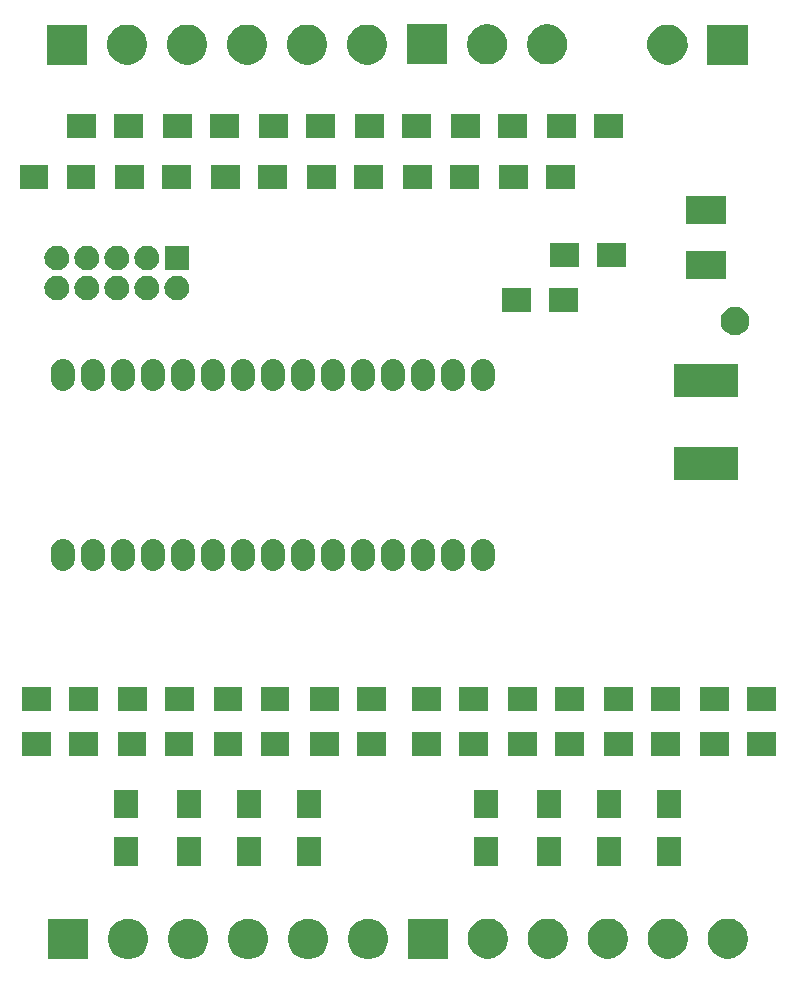
<source format=gbr>
G04 #@! TF.GenerationSoftware,KiCad,Pcbnew,5.0.2+dfsg1-1*
G04 #@! TF.CreationDate,2021-01-22T14:28:10+01:00*
G04 #@! TF.ProjectId,wat,7761742e-6b69-4636-9164-5f7063625858,rev?*
G04 #@! TF.SameCoordinates,Original*
G04 #@! TF.FileFunction,Soldermask,Top*
G04 #@! TF.FilePolarity,Negative*
%FSLAX46Y46*%
G04 Gerber Fmt 4.6, Leading zero omitted, Abs format (unit mm)*
G04 Created by KiCad (PCBNEW 5.0.2+dfsg1-1) date vie 22 ene 2021 14:28:10 CET*
%MOMM*%
%LPD*%
G01*
G04 APERTURE LIST*
%ADD10C,0.100000*%
G04 APERTURE END LIST*
D10*
G36*
X92239977Y-153279930D02*
X92367672Y-153305330D01*
X92677052Y-153433479D01*
X92955487Y-153619523D01*
X93192277Y-153856313D01*
X93378321Y-154134748D01*
X93495949Y-154418728D01*
X93506470Y-154444129D01*
X93566748Y-154747163D01*
X93571800Y-154772565D01*
X93571800Y-155107435D01*
X93506470Y-155435872D01*
X93378321Y-155745252D01*
X93192277Y-156023687D01*
X92955487Y-156260477D01*
X92677052Y-156446521D01*
X92367672Y-156574670D01*
X92258193Y-156596447D01*
X92039237Y-156640000D01*
X91704363Y-156640000D01*
X91485407Y-156596447D01*
X91375928Y-156574670D01*
X91066548Y-156446521D01*
X90788113Y-156260477D01*
X90551323Y-156023687D01*
X90365279Y-155745252D01*
X90237130Y-155435872D01*
X90171800Y-155107435D01*
X90171800Y-154772565D01*
X90176853Y-154747163D01*
X90237130Y-154444129D01*
X90247651Y-154418728D01*
X90365279Y-154134748D01*
X90551323Y-153856313D01*
X90788113Y-153619523D01*
X91066548Y-153433479D01*
X91375928Y-153305330D01*
X91503623Y-153279930D01*
X91704363Y-153240000D01*
X92039237Y-153240000D01*
X92239977Y-153279930D01*
X92239977Y-153279930D01*
G37*
G36*
X71919977Y-153279930D02*
X72047672Y-153305330D01*
X72357052Y-153433479D01*
X72635487Y-153619523D01*
X72872277Y-153856313D01*
X73058321Y-154134748D01*
X73175949Y-154418728D01*
X73186470Y-154444129D01*
X73246748Y-154747163D01*
X73251800Y-154772565D01*
X73251800Y-155107435D01*
X73186470Y-155435872D01*
X73058321Y-155745252D01*
X72872277Y-156023687D01*
X72635487Y-156260477D01*
X72357052Y-156446521D01*
X72047672Y-156574670D01*
X71938193Y-156596447D01*
X71719237Y-156640000D01*
X71384363Y-156640000D01*
X71165407Y-156596447D01*
X71055928Y-156574670D01*
X70746548Y-156446521D01*
X70468113Y-156260477D01*
X70231323Y-156023687D01*
X70045279Y-155745252D01*
X69917130Y-155435872D01*
X69851800Y-155107435D01*
X69851800Y-154772565D01*
X69856853Y-154747163D01*
X69917130Y-154444129D01*
X69927651Y-154418728D01*
X70045279Y-154134748D01*
X70231323Y-153856313D01*
X70468113Y-153619523D01*
X70746548Y-153433479D01*
X71055928Y-153305330D01*
X71183623Y-153279930D01*
X71384363Y-153240000D01*
X71719237Y-153240000D01*
X71919977Y-153279930D01*
X71919977Y-153279930D01*
G37*
G36*
X76999977Y-153279930D02*
X77127672Y-153305330D01*
X77437052Y-153433479D01*
X77715487Y-153619523D01*
X77952277Y-153856313D01*
X78138321Y-154134748D01*
X78255949Y-154418728D01*
X78266470Y-154444129D01*
X78326748Y-154747163D01*
X78331800Y-154772565D01*
X78331800Y-155107435D01*
X78266470Y-155435872D01*
X78138321Y-155745252D01*
X77952277Y-156023687D01*
X77715487Y-156260477D01*
X77437052Y-156446521D01*
X77127672Y-156574670D01*
X77018193Y-156596447D01*
X76799237Y-156640000D01*
X76464363Y-156640000D01*
X76245407Y-156596447D01*
X76135928Y-156574670D01*
X75826548Y-156446521D01*
X75548113Y-156260477D01*
X75311323Y-156023687D01*
X75125279Y-155745252D01*
X74997130Y-155435872D01*
X74931800Y-155107435D01*
X74931800Y-154772565D01*
X74936853Y-154747163D01*
X74997130Y-154444129D01*
X75007651Y-154418728D01*
X75125279Y-154134748D01*
X75311323Y-153856313D01*
X75548113Y-153619523D01*
X75826548Y-153433479D01*
X76135928Y-153305330D01*
X76263623Y-153279930D01*
X76464363Y-153240000D01*
X76799237Y-153240000D01*
X76999977Y-153279930D01*
X76999977Y-153279930D01*
G37*
G36*
X68171800Y-156640000D02*
X64771800Y-156640000D01*
X64771800Y-153240000D01*
X68171800Y-153240000D01*
X68171800Y-156640000D01*
X68171800Y-156640000D01*
G37*
G36*
X82079977Y-153279930D02*
X82207672Y-153305330D01*
X82517052Y-153433479D01*
X82795487Y-153619523D01*
X83032277Y-153856313D01*
X83218321Y-154134748D01*
X83335949Y-154418728D01*
X83346470Y-154444129D01*
X83406748Y-154747163D01*
X83411800Y-154772565D01*
X83411800Y-155107435D01*
X83346470Y-155435872D01*
X83218321Y-155745252D01*
X83032277Y-156023687D01*
X82795487Y-156260477D01*
X82517052Y-156446521D01*
X82207672Y-156574670D01*
X82098193Y-156596447D01*
X81879237Y-156640000D01*
X81544363Y-156640000D01*
X81325407Y-156596447D01*
X81215928Y-156574670D01*
X80906548Y-156446521D01*
X80628113Y-156260477D01*
X80391323Y-156023687D01*
X80205279Y-155745252D01*
X80077130Y-155435872D01*
X80011800Y-155107435D01*
X80011800Y-154772565D01*
X80016853Y-154747163D01*
X80077130Y-154444129D01*
X80087651Y-154418728D01*
X80205279Y-154134748D01*
X80391323Y-153856313D01*
X80628113Y-153619523D01*
X80906548Y-153433479D01*
X81215928Y-153305330D01*
X81343623Y-153279930D01*
X81544363Y-153240000D01*
X81879237Y-153240000D01*
X82079977Y-153279930D01*
X82079977Y-153279930D01*
G37*
G36*
X87159977Y-153279930D02*
X87287672Y-153305330D01*
X87597052Y-153433479D01*
X87875487Y-153619523D01*
X88112277Y-153856313D01*
X88298321Y-154134748D01*
X88415949Y-154418728D01*
X88426470Y-154444129D01*
X88486748Y-154747163D01*
X88491800Y-154772565D01*
X88491800Y-155107435D01*
X88426470Y-155435872D01*
X88298321Y-155745252D01*
X88112277Y-156023687D01*
X87875487Y-156260477D01*
X87597052Y-156446521D01*
X87287672Y-156574670D01*
X87178193Y-156596447D01*
X86959237Y-156640000D01*
X86624363Y-156640000D01*
X86405407Y-156596447D01*
X86295928Y-156574670D01*
X85986548Y-156446521D01*
X85708113Y-156260477D01*
X85471323Y-156023687D01*
X85285279Y-155745252D01*
X85157130Y-155435872D01*
X85091800Y-155107435D01*
X85091800Y-154772565D01*
X85096853Y-154747163D01*
X85157130Y-154444129D01*
X85167651Y-154418728D01*
X85285279Y-154134748D01*
X85471323Y-153856313D01*
X85708113Y-153619523D01*
X85986548Y-153433479D01*
X86295928Y-153305330D01*
X86423623Y-153279930D01*
X86624363Y-153240000D01*
X86959237Y-153240000D01*
X87159977Y-153279930D01*
X87159977Y-153279930D01*
G37*
G36*
X107472793Y-153258153D02*
X107582272Y-153279930D01*
X107891652Y-153408079D01*
X108170087Y-153594123D01*
X108406877Y-153830913D01*
X108592921Y-154109348D01*
X108721070Y-154418728D01*
X108742847Y-154528207D01*
X108786400Y-154747163D01*
X108786400Y-155082037D01*
X108742847Y-155300993D01*
X108721070Y-155410472D01*
X108592921Y-155719852D01*
X108406877Y-155998287D01*
X108170087Y-156235077D01*
X107891652Y-156421121D01*
X107582272Y-156549270D01*
X107472793Y-156571047D01*
X107253837Y-156614600D01*
X106918963Y-156614600D01*
X106700007Y-156571047D01*
X106590528Y-156549270D01*
X106281148Y-156421121D01*
X106002713Y-156235077D01*
X105765923Y-155998287D01*
X105579879Y-155719852D01*
X105451730Y-155410472D01*
X105429953Y-155300993D01*
X105386400Y-155082037D01*
X105386400Y-154747163D01*
X105429953Y-154528207D01*
X105451730Y-154418728D01*
X105579879Y-154109348D01*
X105765923Y-153830913D01*
X106002713Y-153594123D01*
X106281148Y-153408079D01*
X106590528Y-153279930D01*
X106700007Y-153258153D01*
X106918963Y-153214600D01*
X107253837Y-153214600D01*
X107472793Y-153258153D01*
X107472793Y-153258153D01*
G37*
G36*
X112552793Y-153258153D02*
X112662272Y-153279930D01*
X112971652Y-153408079D01*
X113250087Y-153594123D01*
X113486877Y-153830913D01*
X113672921Y-154109348D01*
X113801070Y-154418728D01*
X113822847Y-154528207D01*
X113866400Y-154747163D01*
X113866400Y-155082037D01*
X113822847Y-155300993D01*
X113801070Y-155410472D01*
X113672921Y-155719852D01*
X113486877Y-155998287D01*
X113250087Y-156235077D01*
X112971652Y-156421121D01*
X112662272Y-156549270D01*
X112552793Y-156571047D01*
X112333837Y-156614600D01*
X111998963Y-156614600D01*
X111780007Y-156571047D01*
X111670528Y-156549270D01*
X111361148Y-156421121D01*
X111082713Y-156235077D01*
X110845923Y-155998287D01*
X110659879Y-155719852D01*
X110531730Y-155410472D01*
X110509953Y-155300993D01*
X110466400Y-155082037D01*
X110466400Y-154747163D01*
X110509953Y-154528207D01*
X110531730Y-154418728D01*
X110659879Y-154109348D01*
X110845923Y-153830913D01*
X111082713Y-153594123D01*
X111361148Y-153408079D01*
X111670528Y-153279930D01*
X111780007Y-153258153D01*
X111998963Y-153214600D01*
X112333837Y-153214600D01*
X112552793Y-153258153D01*
X112552793Y-153258153D01*
G37*
G36*
X117632793Y-153258153D02*
X117742272Y-153279930D01*
X118051652Y-153408079D01*
X118330087Y-153594123D01*
X118566877Y-153830913D01*
X118752921Y-154109348D01*
X118881070Y-154418728D01*
X118902847Y-154528207D01*
X118946400Y-154747163D01*
X118946400Y-155082037D01*
X118902847Y-155300993D01*
X118881070Y-155410472D01*
X118752921Y-155719852D01*
X118566877Y-155998287D01*
X118330087Y-156235077D01*
X118051652Y-156421121D01*
X117742272Y-156549270D01*
X117632793Y-156571047D01*
X117413837Y-156614600D01*
X117078963Y-156614600D01*
X116860007Y-156571047D01*
X116750528Y-156549270D01*
X116441148Y-156421121D01*
X116162713Y-156235077D01*
X115925923Y-155998287D01*
X115739879Y-155719852D01*
X115611730Y-155410472D01*
X115589953Y-155300993D01*
X115546400Y-155082037D01*
X115546400Y-154747163D01*
X115589953Y-154528207D01*
X115611730Y-154418728D01*
X115739879Y-154109348D01*
X115925923Y-153830913D01*
X116162713Y-153594123D01*
X116441148Y-153408079D01*
X116750528Y-153279930D01*
X116860007Y-153258153D01*
X117078963Y-153214600D01*
X117413837Y-153214600D01*
X117632793Y-153258153D01*
X117632793Y-153258153D01*
G37*
G36*
X122712793Y-153258153D02*
X122822272Y-153279930D01*
X123131652Y-153408079D01*
X123410087Y-153594123D01*
X123646877Y-153830913D01*
X123832921Y-154109348D01*
X123961070Y-154418728D01*
X123982847Y-154528207D01*
X124026400Y-154747163D01*
X124026400Y-155082037D01*
X123982847Y-155300993D01*
X123961070Y-155410472D01*
X123832921Y-155719852D01*
X123646877Y-155998287D01*
X123410087Y-156235077D01*
X123131652Y-156421121D01*
X122822272Y-156549270D01*
X122712793Y-156571047D01*
X122493837Y-156614600D01*
X122158963Y-156614600D01*
X121940007Y-156571047D01*
X121830528Y-156549270D01*
X121521148Y-156421121D01*
X121242713Y-156235077D01*
X121005923Y-155998287D01*
X120819879Y-155719852D01*
X120691730Y-155410472D01*
X120669953Y-155300993D01*
X120626400Y-155082037D01*
X120626400Y-154747163D01*
X120669953Y-154528207D01*
X120691730Y-154418728D01*
X120819879Y-154109348D01*
X121005923Y-153830913D01*
X121242713Y-153594123D01*
X121521148Y-153408079D01*
X121830528Y-153279930D01*
X121940007Y-153258153D01*
X122158963Y-153214600D01*
X122493837Y-153214600D01*
X122712793Y-153258153D01*
X122712793Y-153258153D01*
G37*
G36*
X102392793Y-153258153D02*
X102502272Y-153279930D01*
X102811652Y-153408079D01*
X103090087Y-153594123D01*
X103326877Y-153830913D01*
X103512921Y-154109348D01*
X103641070Y-154418728D01*
X103662847Y-154528207D01*
X103706400Y-154747163D01*
X103706400Y-155082037D01*
X103662847Y-155300993D01*
X103641070Y-155410472D01*
X103512921Y-155719852D01*
X103326877Y-155998287D01*
X103090087Y-156235077D01*
X102811652Y-156421121D01*
X102502272Y-156549270D01*
X102392793Y-156571047D01*
X102173837Y-156614600D01*
X101838963Y-156614600D01*
X101620007Y-156571047D01*
X101510528Y-156549270D01*
X101201148Y-156421121D01*
X100922713Y-156235077D01*
X100685923Y-155998287D01*
X100499879Y-155719852D01*
X100371730Y-155410472D01*
X100349953Y-155300993D01*
X100306400Y-155082037D01*
X100306400Y-154747163D01*
X100349953Y-154528207D01*
X100371730Y-154418728D01*
X100499879Y-154109348D01*
X100685923Y-153830913D01*
X100922713Y-153594123D01*
X101201148Y-153408079D01*
X101510528Y-153279930D01*
X101620007Y-153258153D01*
X101838963Y-153214600D01*
X102173837Y-153214600D01*
X102392793Y-153258153D01*
X102392793Y-153258153D01*
G37*
G36*
X98626400Y-156614600D02*
X95226400Y-156614600D01*
X95226400Y-153214600D01*
X98626400Y-153214600D01*
X98626400Y-156614600D01*
X98626400Y-156614600D01*
G37*
G36*
X113318000Y-148742000D02*
X111218000Y-148742000D01*
X111218000Y-146342000D01*
X113318000Y-146342000D01*
X113318000Y-148742000D01*
X113318000Y-148742000D01*
G37*
G36*
X108238000Y-148742000D02*
X106138000Y-148742000D01*
X106138000Y-146342000D01*
X108238000Y-146342000D01*
X108238000Y-148742000D01*
X108238000Y-148742000D01*
G37*
G36*
X118398000Y-148742000D02*
X116298000Y-148742000D01*
X116298000Y-146342000D01*
X118398000Y-146342000D01*
X118398000Y-148742000D01*
X118398000Y-148742000D01*
G37*
G36*
X72424000Y-148742000D02*
X70324000Y-148742000D01*
X70324000Y-146342000D01*
X72424000Y-146342000D01*
X72424000Y-148742000D01*
X72424000Y-148742000D01*
G37*
G36*
X87918000Y-148742000D02*
X85818000Y-148742000D01*
X85818000Y-146342000D01*
X87918000Y-146342000D01*
X87918000Y-148742000D01*
X87918000Y-148742000D01*
G37*
G36*
X102904000Y-148742000D02*
X100804000Y-148742000D01*
X100804000Y-146342000D01*
X102904000Y-146342000D01*
X102904000Y-148742000D01*
X102904000Y-148742000D01*
G37*
G36*
X82838000Y-148742000D02*
X80738000Y-148742000D01*
X80738000Y-146342000D01*
X82838000Y-146342000D01*
X82838000Y-148742000D01*
X82838000Y-148742000D01*
G37*
G36*
X77758000Y-148742000D02*
X75658000Y-148742000D01*
X75658000Y-146342000D01*
X77758000Y-146342000D01*
X77758000Y-148742000D01*
X77758000Y-148742000D01*
G37*
G36*
X77758000Y-144742000D02*
X75658000Y-144742000D01*
X75658000Y-142342000D01*
X77758000Y-142342000D01*
X77758000Y-144742000D01*
X77758000Y-144742000D01*
G37*
G36*
X72424000Y-144742000D02*
X70324000Y-144742000D01*
X70324000Y-142342000D01*
X72424000Y-142342000D01*
X72424000Y-144742000D01*
X72424000Y-144742000D01*
G37*
G36*
X82838000Y-144742000D02*
X80738000Y-144742000D01*
X80738000Y-142342000D01*
X82838000Y-142342000D01*
X82838000Y-144742000D01*
X82838000Y-144742000D01*
G37*
G36*
X108238000Y-144742000D02*
X106138000Y-144742000D01*
X106138000Y-142342000D01*
X108238000Y-142342000D01*
X108238000Y-144742000D01*
X108238000Y-144742000D01*
G37*
G36*
X87918000Y-144742000D02*
X85818000Y-144742000D01*
X85818000Y-142342000D01*
X87918000Y-142342000D01*
X87918000Y-144742000D01*
X87918000Y-144742000D01*
G37*
G36*
X118398000Y-144742000D02*
X116298000Y-144742000D01*
X116298000Y-142342000D01*
X118398000Y-142342000D01*
X118398000Y-144742000D01*
X118398000Y-144742000D01*
G37*
G36*
X113318000Y-144742000D02*
X111218000Y-144742000D01*
X111218000Y-142342000D01*
X113318000Y-142342000D01*
X113318000Y-144742000D01*
X113318000Y-144742000D01*
G37*
G36*
X102904000Y-144742000D02*
X100804000Y-144742000D01*
X100804000Y-142342000D01*
X102904000Y-142342000D01*
X102904000Y-144742000D01*
X102904000Y-144742000D01*
G37*
G36*
X126390000Y-139480000D02*
X123990000Y-139480000D01*
X123990000Y-137380000D01*
X126390000Y-137380000D01*
X126390000Y-139480000D01*
X126390000Y-139480000D01*
G37*
G36*
X73082000Y-139480000D02*
X70682000Y-139480000D01*
X70682000Y-137380000D01*
X73082000Y-137380000D01*
X73082000Y-139480000D01*
X73082000Y-139480000D01*
G37*
G36*
X85210000Y-139480000D02*
X82810000Y-139480000D01*
X82810000Y-137380000D01*
X85210000Y-137380000D01*
X85210000Y-139480000D01*
X85210000Y-139480000D01*
G37*
G36*
X89370000Y-139480000D02*
X86970000Y-139480000D01*
X86970000Y-137380000D01*
X89370000Y-137380000D01*
X89370000Y-139480000D01*
X89370000Y-139480000D01*
G37*
G36*
X98006000Y-139480000D02*
X95606000Y-139480000D01*
X95606000Y-137380000D01*
X98006000Y-137380000D01*
X98006000Y-139480000D01*
X98006000Y-139480000D01*
G37*
G36*
X102006000Y-139480000D02*
X99606000Y-139480000D01*
X99606000Y-137380000D01*
X102006000Y-137380000D01*
X102006000Y-139480000D01*
X102006000Y-139480000D01*
G37*
G36*
X106134000Y-139480000D02*
X103734000Y-139480000D01*
X103734000Y-137380000D01*
X106134000Y-137380000D01*
X106134000Y-139480000D01*
X106134000Y-139480000D01*
G37*
G36*
X110134000Y-139480000D02*
X107734000Y-139480000D01*
X107734000Y-137380000D01*
X110134000Y-137380000D01*
X110134000Y-139480000D01*
X110134000Y-139480000D01*
G37*
G36*
X118262000Y-139480000D02*
X115862000Y-139480000D01*
X115862000Y-137380000D01*
X118262000Y-137380000D01*
X118262000Y-139480000D01*
X118262000Y-139480000D01*
G37*
G36*
X122390000Y-139480000D02*
X119990000Y-139480000D01*
X119990000Y-137380000D01*
X122390000Y-137380000D01*
X122390000Y-139480000D01*
X122390000Y-139480000D01*
G37*
G36*
X93370000Y-139480000D02*
X90970000Y-139480000D01*
X90970000Y-137380000D01*
X93370000Y-137380000D01*
X93370000Y-139480000D01*
X93370000Y-139480000D01*
G37*
G36*
X81210000Y-139480000D02*
X78810000Y-139480000D01*
X78810000Y-137380000D01*
X81210000Y-137380000D01*
X81210000Y-139480000D01*
X81210000Y-139480000D01*
G37*
G36*
X77082000Y-139480000D02*
X74682000Y-139480000D01*
X74682000Y-137380000D01*
X77082000Y-137380000D01*
X77082000Y-139480000D01*
X77082000Y-139480000D01*
G37*
G36*
X64986000Y-139480000D02*
X62586000Y-139480000D01*
X62586000Y-137380000D01*
X64986000Y-137380000D01*
X64986000Y-139480000D01*
X64986000Y-139480000D01*
G37*
G36*
X68986000Y-139480000D02*
X66586000Y-139480000D01*
X66586000Y-137380000D01*
X68986000Y-137380000D01*
X68986000Y-139480000D01*
X68986000Y-139480000D01*
G37*
G36*
X114262000Y-139480000D02*
X111862000Y-139480000D01*
X111862000Y-137380000D01*
X114262000Y-137380000D01*
X114262000Y-139480000D01*
X114262000Y-139480000D01*
G37*
G36*
X93370000Y-135620000D02*
X90970000Y-135620000D01*
X90970000Y-133620000D01*
X93370000Y-133620000D01*
X93370000Y-135620000D01*
X93370000Y-135620000D01*
G37*
G36*
X122390000Y-135620000D02*
X119990000Y-135620000D01*
X119990000Y-133620000D01*
X122390000Y-133620000D01*
X122390000Y-135620000D01*
X122390000Y-135620000D01*
G37*
G36*
X126390000Y-135620000D02*
X123990000Y-135620000D01*
X123990000Y-133620000D01*
X126390000Y-133620000D01*
X126390000Y-135620000D01*
X126390000Y-135620000D01*
G37*
G36*
X118262000Y-135620000D02*
X115862000Y-135620000D01*
X115862000Y-133620000D01*
X118262000Y-133620000D01*
X118262000Y-135620000D01*
X118262000Y-135620000D01*
G37*
G36*
X114262000Y-135620000D02*
X111862000Y-135620000D01*
X111862000Y-133620000D01*
X114262000Y-133620000D01*
X114262000Y-135620000D01*
X114262000Y-135620000D01*
G37*
G36*
X106134000Y-135620000D02*
X103734000Y-135620000D01*
X103734000Y-133620000D01*
X106134000Y-133620000D01*
X106134000Y-135620000D01*
X106134000Y-135620000D01*
G37*
G36*
X110134000Y-135620000D02*
X107734000Y-135620000D01*
X107734000Y-133620000D01*
X110134000Y-133620000D01*
X110134000Y-135620000D01*
X110134000Y-135620000D01*
G37*
G36*
X102006000Y-135620000D02*
X99606000Y-135620000D01*
X99606000Y-133620000D01*
X102006000Y-133620000D01*
X102006000Y-135620000D01*
X102006000Y-135620000D01*
G37*
G36*
X98006000Y-135620000D02*
X95606000Y-135620000D01*
X95606000Y-133620000D01*
X98006000Y-133620000D01*
X98006000Y-135620000D01*
X98006000Y-135620000D01*
G37*
G36*
X89370000Y-135620000D02*
X86970000Y-135620000D01*
X86970000Y-133620000D01*
X89370000Y-133620000D01*
X89370000Y-135620000D01*
X89370000Y-135620000D01*
G37*
G36*
X73114000Y-135620000D02*
X70714000Y-135620000D01*
X70714000Y-133620000D01*
X73114000Y-133620000D01*
X73114000Y-135620000D01*
X73114000Y-135620000D01*
G37*
G36*
X77114000Y-135620000D02*
X74714000Y-135620000D01*
X74714000Y-133620000D01*
X77114000Y-133620000D01*
X77114000Y-135620000D01*
X77114000Y-135620000D01*
G37*
G36*
X68986000Y-135620000D02*
X66586000Y-135620000D01*
X66586000Y-133620000D01*
X68986000Y-133620000D01*
X68986000Y-135620000D01*
X68986000Y-135620000D01*
G37*
G36*
X64986000Y-135620000D02*
X62586000Y-135620000D01*
X62586000Y-133620000D01*
X64986000Y-133620000D01*
X64986000Y-135620000D01*
X64986000Y-135620000D01*
G37*
G36*
X81210000Y-135620000D02*
X78810000Y-135620000D01*
X78810000Y-133620000D01*
X81210000Y-133620000D01*
X81210000Y-135620000D01*
X81210000Y-135620000D01*
G37*
G36*
X85210000Y-135620000D02*
X82810000Y-135620000D01*
X82810000Y-133620000D01*
X85210000Y-133620000D01*
X85210000Y-135620000D01*
X85210000Y-135620000D01*
G37*
G36*
X71313564Y-121099287D02*
X71437648Y-121136928D01*
X71499691Y-121155748D01*
X71591378Y-121204756D01*
X71671224Y-121247435D01*
X71671226Y-121247436D01*
X71671225Y-121247436D01*
X71821575Y-121370825D01*
X71944964Y-121521175D01*
X72036652Y-121692709D01*
X72036652Y-121692710D01*
X72093113Y-121878837D01*
X72107400Y-122023898D01*
X72107400Y-122832103D01*
X72093113Y-122977164D01*
X72055472Y-123101248D01*
X72036652Y-123163291D01*
X71944964Y-123334825D01*
X71821575Y-123485175D01*
X71671224Y-123608566D01*
X71499693Y-123700251D01*
X71451260Y-123714943D01*
X71313563Y-123756713D01*
X71120000Y-123775777D01*
X70926436Y-123756713D01*
X70802352Y-123719072D01*
X70740309Y-123700252D01*
X70648622Y-123651244D01*
X70568776Y-123608565D01*
X70418425Y-123485175D01*
X70295034Y-123334824D01*
X70203349Y-123163293D01*
X70188657Y-123114860D01*
X70146887Y-122977163D01*
X70132600Y-122832102D01*
X70132600Y-122023897D01*
X70146887Y-121878836D01*
X70203349Y-121692710D01*
X70295036Y-121521176D01*
X70418426Y-121370825D01*
X70568777Y-121247435D01*
X70648623Y-121204756D01*
X70740310Y-121155748D01*
X70802353Y-121136928D01*
X70926437Y-121099287D01*
X71120000Y-121080223D01*
X71313564Y-121099287D01*
X71313564Y-121099287D01*
G37*
G36*
X73853564Y-121099287D02*
X73977648Y-121136928D01*
X74039691Y-121155748D01*
X74131378Y-121204756D01*
X74211224Y-121247435D01*
X74211226Y-121247436D01*
X74211225Y-121247436D01*
X74361575Y-121370825D01*
X74484964Y-121521175D01*
X74576652Y-121692709D01*
X74576652Y-121692710D01*
X74633113Y-121878837D01*
X74647400Y-122023898D01*
X74647400Y-122832103D01*
X74633113Y-122977164D01*
X74595472Y-123101248D01*
X74576652Y-123163291D01*
X74484964Y-123334825D01*
X74361575Y-123485175D01*
X74211224Y-123608566D01*
X74039693Y-123700251D01*
X73991260Y-123714943D01*
X73853563Y-123756713D01*
X73660000Y-123775777D01*
X73466436Y-123756713D01*
X73342352Y-123719072D01*
X73280309Y-123700252D01*
X73188622Y-123651244D01*
X73108776Y-123608565D01*
X72958425Y-123485175D01*
X72835034Y-123334824D01*
X72743349Y-123163293D01*
X72728657Y-123114860D01*
X72686887Y-122977163D01*
X72672600Y-122832102D01*
X72672600Y-122023897D01*
X72686887Y-121878836D01*
X72743349Y-121692710D01*
X72835036Y-121521176D01*
X72958426Y-121370825D01*
X73108777Y-121247435D01*
X73188623Y-121204756D01*
X73280310Y-121155748D01*
X73342353Y-121136928D01*
X73466437Y-121099287D01*
X73660000Y-121080223D01*
X73853564Y-121099287D01*
X73853564Y-121099287D01*
G37*
G36*
X94173564Y-121099287D02*
X94297648Y-121136928D01*
X94359691Y-121155748D01*
X94451378Y-121204756D01*
X94531224Y-121247435D01*
X94531226Y-121247436D01*
X94531225Y-121247436D01*
X94681575Y-121370825D01*
X94804964Y-121521175D01*
X94896652Y-121692709D01*
X94896652Y-121692710D01*
X94953113Y-121878837D01*
X94967400Y-122023898D01*
X94967400Y-122832103D01*
X94953113Y-122977164D01*
X94915472Y-123101248D01*
X94896652Y-123163291D01*
X94804964Y-123334825D01*
X94681575Y-123485175D01*
X94531224Y-123608566D01*
X94359693Y-123700251D01*
X94311260Y-123714943D01*
X94173563Y-123756713D01*
X93980000Y-123775777D01*
X93786436Y-123756713D01*
X93662352Y-123719072D01*
X93600309Y-123700252D01*
X93508622Y-123651244D01*
X93428776Y-123608565D01*
X93278425Y-123485175D01*
X93155034Y-123334824D01*
X93063349Y-123163293D01*
X93048657Y-123114860D01*
X93006887Y-122977163D01*
X92992600Y-122832102D01*
X92992600Y-122023897D01*
X93006887Y-121878836D01*
X93063349Y-121692710D01*
X93155036Y-121521176D01*
X93278426Y-121370825D01*
X93428777Y-121247435D01*
X93508623Y-121204756D01*
X93600310Y-121155748D01*
X93662353Y-121136928D01*
X93786437Y-121099287D01*
X93980000Y-121080223D01*
X94173564Y-121099287D01*
X94173564Y-121099287D01*
G37*
G36*
X96713564Y-121099287D02*
X96837648Y-121136928D01*
X96899691Y-121155748D01*
X96991378Y-121204756D01*
X97071224Y-121247435D01*
X97071226Y-121247436D01*
X97071225Y-121247436D01*
X97221575Y-121370825D01*
X97344964Y-121521175D01*
X97436652Y-121692709D01*
X97436652Y-121692710D01*
X97493113Y-121878837D01*
X97507400Y-122023898D01*
X97507400Y-122832103D01*
X97493113Y-122977164D01*
X97455472Y-123101248D01*
X97436652Y-123163291D01*
X97344964Y-123334825D01*
X97221575Y-123485175D01*
X97071224Y-123608566D01*
X96899693Y-123700251D01*
X96851260Y-123714943D01*
X96713563Y-123756713D01*
X96520000Y-123775777D01*
X96326436Y-123756713D01*
X96202352Y-123719072D01*
X96140309Y-123700252D01*
X96048622Y-123651244D01*
X95968776Y-123608565D01*
X95818425Y-123485175D01*
X95695034Y-123334824D01*
X95603349Y-123163293D01*
X95588657Y-123114860D01*
X95546887Y-122977163D01*
X95532600Y-122832102D01*
X95532600Y-122023897D01*
X95546887Y-121878836D01*
X95603349Y-121692710D01*
X95695036Y-121521176D01*
X95818426Y-121370825D01*
X95968777Y-121247435D01*
X96048623Y-121204756D01*
X96140310Y-121155748D01*
X96202353Y-121136928D01*
X96326437Y-121099287D01*
X96520000Y-121080223D01*
X96713564Y-121099287D01*
X96713564Y-121099287D01*
G37*
G36*
X99253564Y-121099287D02*
X99377648Y-121136928D01*
X99439691Y-121155748D01*
X99531378Y-121204756D01*
X99611224Y-121247435D01*
X99611226Y-121247436D01*
X99611225Y-121247436D01*
X99761575Y-121370825D01*
X99884964Y-121521175D01*
X99976652Y-121692709D01*
X99976652Y-121692710D01*
X100033113Y-121878837D01*
X100047400Y-122023898D01*
X100047400Y-122832103D01*
X100033113Y-122977164D01*
X99995472Y-123101248D01*
X99976652Y-123163291D01*
X99884964Y-123334825D01*
X99761575Y-123485175D01*
X99611224Y-123608566D01*
X99439693Y-123700251D01*
X99391260Y-123714943D01*
X99253563Y-123756713D01*
X99060000Y-123775777D01*
X98866436Y-123756713D01*
X98742352Y-123719072D01*
X98680309Y-123700252D01*
X98588622Y-123651244D01*
X98508776Y-123608565D01*
X98358425Y-123485175D01*
X98235034Y-123334824D01*
X98143349Y-123163293D01*
X98128657Y-123114860D01*
X98086887Y-122977163D01*
X98072600Y-122832102D01*
X98072600Y-122023897D01*
X98086887Y-121878836D01*
X98143349Y-121692710D01*
X98235036Y-121521176D01*
X98358426Y-121370825D01*
X98508777Y-121247435D01*
X98588623Y-121204756D01*
X98680310Y-121155748D01*
X98742353Y-121136928D01*
X98866437Y-121099287D01*
X99060000Y-121080223D01*
X99253564Y-121099287D01*
X99253564Y-121099287D01*
G37*
G36*
X101793564Y-121099287D02*
X101917648Y-121136928D01*
X101979691Y-121155748D01*
X102071378Y-121204756D01*
X102151224Y-121247435D01*
X102151226Y-121247436D01*
X102151225Y-121247436D01*
X102301575Y-121370825D01*
X102424964Y-121521175D01*
X102516652Y-121692709D01*
X102516652Y-121692710D01*
X102573113Y-121878837D01*
X102587400Y-122023898D01*
X102587400Y-122832103D01*
X102573113Y-122977164D01*
X102535472Y-123101248D01*
X102516652Y-123163291D01*
X102424964Y-123334825D01*
X102301575Y-123485175D01*
X102151224Y-123608566D01*
X101979693Y-123700251D01*
X101931260Y-123714943D01*
X101793563Y-123756713D01*
X101600000Y-123775777D01*
X101406436Y-123756713D01*
X101282352Y-123719072D01*
X101220309Y-123700252D01*
X101128622Y-123651244D01*
X101048776Y-123608565D01*
X100898425Y-123485175D01*
X100775034Y-123334824D01*
X100683349Y-123163293D01*
X100668657Y-123114860D01*
X100626887Y-122977163D01*
X100612600Y-122832102D01*
X100612600Y-122023897D01*
X100626887Y-121878836D01*
X100683349Y-121692710D01*
X100775036Y-121521176D01*
X100898426Y-121370825D01*
X101048777Y-121247435D01*
X101128623Y-121204756D01*
X101220310Y-121155748D01*
X101282353Y-121136928D01*
X101406437Y-121099287D01*
X101600000Y-121080223D01*
X101793564Y-121099287D01*
X101793564Y-121099287D01*
G37*
G36*
X76393564Y-121099287D02*
X76517648Y-121136928D01*
X76579691Y-121155748D01*
X76671378Y-121204756D01*
X76751224Y-121247435D01*
X76751226Y-121247436D01*
X76751225Y-121247436D01*
X76901575Y-121370825D01*
X77024964Y-121521175D01*
X77116652Y-121692709D01*
X77116652Y-121692710D01*
X77173113Y-121878837D01*
X77187400Y-122023898D01*
X77187400Y-122832103D01*
X77173113Y-122977164D01*
X77135472Y-123101248D01*
X77116652Y-123163291D01*
X77024964Y-123334825D01*
X76901575Y-123485175D01*
X76751224Y-123608566D01*
X76579693Y-123700251D01*
X76531260Y-123714943D01*
X76393563Y-123756713D01*
X76200000Y-123775777D01*
X76006436Y-123756713D01*
X75882352Y-123719072D01*
X75820309Y-123700252D01*
X75728622Y-123651244D01*
X75648776Y-123608565D01*
X75498425Y-123485175D01*
X75375034Y-123334824D01*
X75283349Y-123163293D01*
X75268657Y-123114860D01*
X75226887Y-122977163D01*
X75212600Y-122832102D01*
X75212600Y-122023897D01*
X75226887Y-121878836D01*
X75283349Y-121692710D01*
X75375036Y-121521176D01*
X75498426Y-121370825D01*
X75648777Y-121247435D01*
X75728623Y-121204756D01*
X75820310Y-121155748D01*
X75882353Y-121136928D01*
X76006437Y-121099287D01*
X76200000Y-121080223D01*
X76393564Y-121099287D01*
X76393564Y-121099287D01*
G37*
G36*
X84013564Y-121099287D02*
X84137648Y-121136928D01*
X84199691Y-121155748D01*
X84291378Y-121204756D01*
X84371224Y-121247435D01*
X84371226Y-121247436D01*
X84371225Y-121247436D01*
X84521575Y-121370825D01*
X84644964Y-121521175D01*
X84736652Y-121692709D01*
X84736652Y-121692710D01*
X84793113Y-121878837D01*
X84807400Y-122023898D01*
X84807400Y-122832103D01*
X84793113Y-122977164D01*
X84755472Y-123101248D01*
X84736652Y-123163291D01*
X84644964Y-123334825D01*
X84521575Y-123485175D01*
X84371224Y-123608566D01*
X84199693Y-123700251D01*
X84151260Y-123714943D01*
X84013563Y-123756713D01*
X83820000Y-123775777D01*
X83626436Y-123756713D01*
X83502352Y-123719072D01*
X83440309Y-123700252D01*
X83348622Y-123651244D01*
X83268776Y-123608565D01*
X83118425Y-123485175D01*
X82995034Y-123334824D01*
X82903349Y-123163293D01*
X82888657Y-123114860D01*
X82846887Y-122977163D01*
X82832600Y-122832102D01*
X82832600Y-122023897D01*
X82846887Y-121878836D01*
X82903349Y-121692710D01*
X82995036Y-121521176D01*
X83118426Y-121370825D01*
X83268777Y-121247435D01*
X83348623Y-121204756D01*
X83440310Y-121155748D01*
X83502353Y-121136928D01*
X83626437Y-121099287D01*
X83820000Y-121080223D01*
X84013564Y-121099287D01*
X84013564Y-121099287D01*
G37*
G36*
X86553564Y-121099287D02*
X86677648Y-121136928D01*
X86739691Y-121155748D01*
X86831378Y-121204756D01*
X86911224Y-121247435D01*
X86911226Y-121247436D01*
X86911225Y-121247436D01*
X87061575Y-121370825D01*
X87184964Y-121521175D01*
X87276652Y-121692709D01*
X87276652Y-121692710D01*
X87333113Y-121878837D01*
X87347400Y-122023898D01*
X87347400Y-122832103D01*
X87333113Y-122977164D01*
X87295472Y-123101248D01*
X87276652Y-123163291D01*
X87184964Y-123334825D01*
X87061575Y-123485175D01*
X86911224Y-123608566D01*
X86739693Y-123700251D01*
X86691260Y-123714943D01*
X86553563Y-123756713D01*
X86360000Y-123775777D01*
X86166436Y-123756713D01*
X86042352Y-123719072D01*
X85980309Y-123700252D01*
X85888622Y-123651244D01*
X85808776Y-123608565D01*
X85658425Y-123485175D01*
X85535034Y-123334824D01*
X85443349Y-123163293D01*
X85428657Y-123114860D01*
X85386887Y-122977163D01*
X85372600Y-122832102D01*
X85372600Y-122023897D01*
X85386887Y-121878836D01*
X85443349Y-121692710D01*
X85535036Y-121521176D01*
X85658426Y-121370825D01*
X85808777Y-121247435D01*
X85888623Y-121204756D01*
X85980310Y-121155748D01*
X86042353Y-121136928D01*
X86166437Y-121099287D01*
X86360000Y-121080223D01*
X86553564Y-121099287D01*
X86553564Y-121099287D01*
G37*
G36*
X89093564Y-121099287D02*
X89217648Y-121136928D01*
X89279691Y-121155748D01*
X89371378Y-121204756D01*
X89451224Y-121247435D01*
X89451226Y-121247436D01*
X89451225Y-121247436D01*
X89601575Y-121370825D01*
X89724964Y-121521175D01*
X89816652Y-121692709D01*
X89816652Y-121692710D01*
X89873113Y-121878837D01*
X89887400Y-122023898D01*
X89887400Y-122832103D01*
X89873113Y-122977164D01*
X89835472Y-123101248D01*
X89816652Y-123163291D01*
X89724964Y-123334825D01*
X89601575Y-123485175D01*
X89451224Y-123608566D01*
X89279693Y-123700251D01*
X89231260Y-123714943D01*
X89093563Y-123756713D01*
X88900000Y-123775777D01*
X88706436Y-123756713D01*
X88582352Y-123719072D01*
X88520309Y-123700252D01*
X88428622Y-123651244D01*
X88348776Y-123608565D01*
X88198425Y-123485175D01*
X88075034Y-123334824D01*
X87983349Y-123163293D01*
X87968657Y-123114860D01*
X87926887Y-122977163D01*
X87912600Y-122832102D01*
X87912600Y-122023897D01*
X87926887Y-121878836D01*
X87983349Y-121692710D01*
X88075036Y-121521176D01*
X88198426Y-121370825D01*
X88348777Y-121247435D01*
X88428623Y-121204756D01*
X88520310Y-121155748D01*
X88582353Y-121136928D01*
X88706437Y-121099287D01*
X88900000Y-121080223D01*
X89093564Y-121099287D01*
X89093564Y-121099287D01*
G37*
G36*
X91633564Y-121099287D02*
X91757648Y-121136928D01*
X91819691Y-121155748D01*
X91911378Y-121204756D01*
X91991224Y-121247435D01*
X91991226Y-121247436D01*
X91991225Y-121247436D01*
X92141575Y-121370825D01*
X92264964Y-121521175D01*
X92356652Y-121692709D01*
X92356652Y-121692710D01*
X92413113Y-121878837D01*
X92427400Y-122023898D01*
X92427400Y-122832103D01*
X92413113Y-122977164D01*
X92375472Y-123101248D01*
X92356652Y-123163291D01*
X92264964Y-123334825D01*
X92141575Y-123485175D01*
X91991224Y-123608566D01*
X91819693Y-123700251D01*
X91771260Y-123714943D01*
X91633563Y-123756713D01*
X91440000Y-123775777D01*
X91246436Y-123756713D01*
X91122352Y-123719072D01*
X91060309Y-123700252D01*
X90968622Y-123651244D01*
X90888776Y-123608565D01*
X90738425Y-123485175D01*
X90615034Y-123334824D01*
X90523349Y-123163293D01*
X90508657Y-123114860D01*
X90466887Y-122977163D01*
X90452600Y-122832102D01*
X90452600Y-122023897D01*
X90466887Y-121878836D01*
X90523349Y-121692710D01*
X90615036Y-121521176D01*
X90738426Y-121370825D01*
X90888777Y-121247435D01*
X90968623Y-121204756D01*
X91060310Y-121155748D01*
X91122353Y-121136928D01*
X91246437Y-121099287D01*
X91440000Y-121080223D01*
X91633564Y-121099287D01*
X91633564Y-121099287D01*
G37*
G36*
X68773564Y-121099287D02*
X68897648Y-121136928D01*
X68959691Y-121155748D01*
X69051378Y-121204756D01*
X69131224Y-121247435D01*
X69131226Y-121247436D01*
X69131225Y-121247436D01*
X69281575Y-121370825D01*
X69404964Y-121521175D01*
X69496652Y-121692709D01*
X69496652Y-121692710D01*
X69553113Y-121878837D01*
X69567400Y-122023898D01*
X69567400Y-122832103D01*
X69553113Y-122977164D01*
X69515472Y-123101248D01*
X69496652Y-123163291D01*
X69404964Y-123334825D01*
X69281575Y-123485175D01*
X69131224Y-123608566D01*
X68959693Y-123700251D01*
X68911260Y-123714943D01*
X68773563Y-123756713D01*
X68580000Y-123775777D01*
X68386436Y-123756713D01*
X68262352Y-123719072D01*
X68200309Y-123700252D01*
X68108622Y-123651244D01*
X68028776Y-123608565D01*
X67878425Y-123485175D01*
X67755034Y-123334824D01*
X67663349Y-123163293D01*
X67648657Y-123114860D01*
X67606887Y-122977163D01*
X67592600Y-122832102D01*
X67592600Y-122023897D01*
X67606887Y-121878836D01*
X67663349Y-121692710D01*
X67755036Y-121521176D01*
X67878426Y-121370825D01*
X68028777Y-121247435D01*
X68108623Y-121204756D01*
X68200310Y-121155748D01*
X68262353Y-121136928D01*
X68386437Y-121099287D01*
X68580000Y-121080223D01*
X68773564Y-121099287D01*
X68773564Y-121099287D01*
G37*
G36*
X66233564Y-121099287D02*
X66357648Y-121136928D01*
X66419691Y-121155748D01*
X66511378Y-121204756D01*
X66591224Y-121247435D01*
X66591226Y-121247436D01*
X66591225Y-121247436D01*
X66741575Y-121370825D01*
X66864964Y-121521175D01*
X66956652Y-121692709D01*
X66956652Y-121692710D01*
X67013113Y-121878837D01*
X67027400Y-122023898D01*
X67027400Y-122832103D01*
X67013113Y-122977164D01*
X66975472Y-123101248D01*
X66956652Y-123163291D01*
X66864964Y-123334825D01*
X66741575Y-123485175D01*
X66591224Y-123608566D01*
X66419693Y-123700251D01*
X66371260Y-123714943D01*
X66233563Y-123756713D01*
X66040000Y-123775777D01*
X65846436Y-123756713D01*
X65722352Y-123719072D01*
X65660309Y-123700252D01*
X65568622Y-123651244D01*
X65488776Y-123608565D01*
X65338425Y-123485175D01*
X65215034Y-123334824D01*
X65123349Y-123163293D01*
X65108657Y-123114860D01*
X65066887Y-122977163D01*
X65052600Y-122832102D01*
X65052600Y-122023897D01*
X65066887Y-121878836D01*
X65123349Y-121692710D01*
X65215036Y-121521176D01*
X65338426Y-121370825D01*
X65488777Y-121247435D01*
X65568623Y-121204756D01*
X65660310Y-121155748D01*
X65722353Y-121136928D01*
X65846437Y-121099287D01*
X66040000Y-121080223D01*
X66233564Y-121099287D01*
X66233564Y-121099287D01*
G37*
G36*
X78933564Y-121099287D02*
X79057648Y-121136928D01*
X79119691Y-121155748D01*
X79211378Y-121204756D01*
X79291224Y-121247435D01*
X79291226Y-121247436D01*
X79291225Y-121247436D01*
X79441575Y-121370825D01*
X79564964Y-121521175D01*
X79656652Y-121692709D01*
X79656652Y-121692710D01*
X79713113Y-121878837D01*
X79727400Y-122023898D01*
X79727400Y-122832103D01*
X79713113Y-122977164D01*
X79675472Y-123101248D01*
X79656652Y-123163291D01*
X79564964Y-123334825D01*
X79441575Y-123485175D01*
X79291224Y-123608566D01*
X79119693Y-123700251D01*
X79071260Y-123714943D01*
X78933563Y-123756713D01*
X78740000Y-123775777D01*
X78546436Y-123756713D01*
X78422352Y-123719072D01*
X78360309Y-123700252D01*
X78268622Y-123651244D01*
X78188776Y-123608565D01*
X78038425Y-123485175D01*
X77915034Y-123334824D01*
X77823349Y-123163293D01*
X77808657Y-123114860D01*
X77766887Y-122977163D01*
X77752600Y-122832102D01*
X77752600Y-122023897D01*
X77766887Y-121878836D01*
X77823349Y-121692710D01*
X77915036Y-121521176D01*
X78038426Y-121370825D01*
X78188777Y-121247435D01*
X78268623Y-121204756D01*
X78360310Y-121155748D01*
X78422353Y-121136928D01*
X78546437Y-121099287D01*
X78740000Y-121080223D01*
X78933564Y-121099287D01*
X78933564Y-121099287D01*
G37*
G36*
X81473564Y-121099287D02*
X81597648Y-121136928D01*
X81659691Y-121155748D01*
X81751378Y-121204756D01*
X81831224Y-121247435D01*
X81831226Y-121247436D01*
X81831225Y-121247436D01*
X81981575Y-121370825D01*
X82104964Y-121521175D01*
X82196652Y-121692709D01*
X82196652Y-121692710D01*
X82253113Y-121878837D01*
X82267400Y-122023898D01*
X82267400Y-122832103D01*
X82253113Y-122977164D01*
X82215472Y-123101248D01*
X82196652Y-123163291D01*
X82104964Y-123334825D01*
X81981575Y-123485175D01*
X81831224Y-123608566D01*
X81659693Y-123700251D01*
X81611260Y-123714943D01*
X81473563Y-123756713D01*
X81280000Y-123775777D01*
X81086436Y-123756713D01*
X80962352Y-123719072D01*
X80900309Y-123700252D01*
X80808622Y-123651244D01*
X80728776Y-123608565D01*
X80578425Y-123485175D01*
X80455034Y-123334824D01*
X80363349Y-123163293D01*
X80348657Y-123114860D01*
X80306887Y-122977163D01*
X80292600Y-122832102D01*
X80292600Y-122023897D01*
X80306887Y-121878836D01*
X80363349Y-121692710D01*
X80455036Y-121521176D01*
X80578426Y-121370825D01*
X80728777Y-121247435D01*
X80808623Y-121204756D01*
X80900310Y-121155748D01*
X80962353Y-121136928D01*
X81086437Y-121099287D01*
X81280000Y-121080223D01*
X81473564Y-121099287D01*
X81473564Y-121099287D01*
G37*
G36*
X123159500Y-116088500D02*
X117759500Y-116088500D01*
X117759500Y-113288500D01*
X123159500Y-113288500D01*
X123159500Y-116088500D01*
X123159500Y-116088500D01*
G37*
G36*
X123159500Y-109088500D02*
X117759500Y-109088500D01*
X117759500Y-106288500D01*
X123159500Y-106288500D01*
X123159500Y-109088500D01*
X123159500Y-109088500D01*
G37*
G36*
X99253564Y-105859287D02*
X99377648Y-105896928D01*
X99439691Y-105915748D01*
X99531378Y-105964756D01*
X99611224Y-106007435D01*
X99761575Y-106130825D01*
X99884965Y-106281176D01*
X99927644Y-106361022D01*
X99976652Y-106452709D01*
X99976652Y-106452710D01*
X100033113Y-106638837D01*
X100047400Y-106783898D01*
X100047400Y-107592103D01*
X100033113Y-107737164D01*
X99995472Y-107861248D01*
X99976652Y-107923291D01*
X99884964Y-108094825D01*
X99761575Y-108245175D01*
X99611224Y-108368566D01*
X99439693Y-108460251D01*
X99391260Y-108474943D01*
X99253563Y-108516713D01*
X99060000Y-108535777D01*
X98866436Y-108516713D01*
X98742352Y-108479072D01*
X98680309Y-108460252D01*
X98588622Y-108411244D01*
X98508776Y-108368565D01*
X98358425Y-108245175D01*
X98235034Y-108094824D01*
X98143349Y-107923293D01*
X98128657Y-107874860D01*
X98086887Y-107737163D01*
X98072600Y-107592102D01*
X98072600Y-106783897D01*
X98086887Y-106638836D01*
X98143349Y-106452710D01*
X98235036Y-106281176D01*
X98358426Y-106130825D01*
X98508777Y-106007435D01*
X98588623Y-105964756D01*
X98680310Y-105915748D01*
X98742353Y-105896928D01*
X98866437Y-105859287D01*
X99060000Y-105840223D01*
X99253564Y-105859287D01*
X99253564Y-105859287D01*
G37*
G36*
X73853564Y-105859287D02*
X73977648Y-105896928D01*
X74039691Y-105915748D01*
X74131378Y-105964756D01*
X74211224Y-106007435D01*
X74361575Y-106130825D01*
X74484965Y-106281176D01*
X74527644Y-106361022D01*
X74576652Y-106452709D01*
X74576652Y-106452710D01*
X74633113Y-106638837D01*
X74647400Y-106783898D01*
X74647400Y-107592103D01*
X74633113Y-107737164D01*
X74595472Y-107861248D01*
X74576652Y-107923291D01*
X74484964Y-108094825D01*
X74361575Y-108245175D01*
X74211224Y-108368566D01*
X74039693Y-108460251D01*
X73991260Y-108474943D01*
X73853563Y-108516713D01*
X73660000Y-108535777D01*
X73466436Y-108516713D01*
X73342352Y-108479072D01*
X73280309Y-108460252D01*
X73188622Y-108411244D01*
X73108776Y-108368565D01*
X72958425Y-108245175D01*
X72835034Y-108094824D01*
X72743349Y-107923293D01*
X72728657Y-107874860D01*
X72686887Y-107737163D01*
X72672600Y-107592102D01*
X72672600Y-106783897D01*
X72686887Y-106638836D01*
X72743349Y-106452710D01*
X72835036Y-106281176D01*
X72958426Y-106130825D01*
X73108777Y-106007435D01*
X73188623Y-105964756D01*
X73280310Y-105915748D01*
X73342353Y-105896928D01*
X73466437Y-105859287D01*
X73660000Y-105840223D01*
X73853564Y-105859287D01*
X73853564Y-105859287D01*
G37*
G36*
X71313564Y-105859287D02*
X71437648Y-105896928D01*
X71499691Y-105915748D01*
X71591378Y-105964756D01*
X71671224Y-106007435D01*
X71821575Y-106130825D01*
X71944965Y-106281176D01*
X71987644Y-106361022D01*
X72036652Y-106452709D01*
X72036652Y-106452710D01*
X72093113Y-106638837D01*
X72107400Y-106783898D01*
X72107400Y-107592103D01*
X72093113Y-107737164D01*
X72055472Y-107861248D01*
X72036652Y-107923291D01*
X71944964Y-108094825D01*
X71821575Y-108245175D01*
X71671224Y-108368566D01*
X71499693Y-108460251D01*
X71451260Y-108474943D01*
X71313563Y-108516713D01*
X71120000Y-108535777D01*
X70926436Y-108516713D01*
X70802352Y-108479072D01*
X70740309Y-108460252D01*
X70648622Y-108411244D01*
X70568776Y-108368565D01*
X70418425Y-108245175D01*
X70295034Y-108094824D01*
X70203349Y-107923293D01*
X70188657Y-107874860D01*
X70146887Y-107737163D01*
X70132600Y-107592102D01*
X70132600Y-106783897D01*
X70146887Y-106638836D01*
X70203349Y-106452710D01*
X70295036Y-106281176D01*
X70418426Y-106130825D01*
X70568777Y-106007435D01*
X70648623Y-105964756D01*
X70740310Y-105915748D01*
X70802353Y-105896928D01*
X70926437Y-105859287D01*
X71120000Y-105840223D01*
X71313564Y-105859287D01*
X71313564Y-105859287D01*
G37*
G36*
X68773564Y-105859287D02*
X68897648Y-105896928D01*
X68959691Y-105915748D01*
X69051378Y-105964756D01*
X69131224Y-106007435D01*
X69281575Y-106130825D01*
X69404965Y-106281176D01*
X69447644Y-106361022D01*
X69496652Y-106452709D01*
X69496652Y-106452710D01*
X69553113Y-106638837D01*
X69567400Y-106783898D01*
X69567400Y-107592103D01*
X69553113Y-107737164D01*
X69515472Y-107861248D01*
X69496652Y-107923291D01*
X69404964Y-108094825D01*
X69281575Y-108245175D01*
X69131224Y-108368566D01*
X68959693Y-108460251D01*
X68911260Y-108474943D01*
X68773563Y-108516713D01*
X68580000Y-108535777D01*
X68386436Y-108516713D01*
X68262352Y-108479072D01*
X68200309Y-108460252D01*
X68108622Y-108411244D01*
X68028776Y-108368565D01*
X67878425Y-108245175D01*
X67755034Y-108094824D01*
X67663349Y-107923293D01*
X67648657Y-107874860D01*
X67606887Y-107737163D01*
X67592600Y-107592102D01*
X67592600Y-106783897D01*
X67606887Y-106638836D01*
X67663349Y-106452710D01*
X67755036Y-106281176D01*
X67878426Y-106130825D01*
X68028777Y-106007435D01*
X68108623Y-105964756D01*
X68200310Y-105915748D01*
X68262353Y-105896928D01*
X68386437Y-105859287D01*
X68580000Y-105840223D01*
X68773564Y-105859287D01*
X68773564Y-105859287D01*
G37*
G36*
X66233564Y-105859287D02*
X66357648Y-105896928D01*
X66419691Y-105915748D01*
X66511378Y-105964756D01*
X66591224Y-106007435D01*
X66741575Y-106130825D01*
X66864965Y-106281176D01*
X66907644Y-106361022D01*
X66956652Y-106452709D01*
X66956652Y-106452710D01*
X67013113Y-106638837D01*
X67027400Y-106783898D01*
X67027400Y-107592103D01*
X67013113Y-107737164D01*
X66975472Y-107861248D01*
X66956652Y-107923291D01*
X66864964Y-108094825D01*
X66741575Y-108245175D01*
X66591224Y-108368566D01*
X66419693Y-108460251D01*
X66371260Y-108474943D01*
X66233563Y-108516713D01*
X66040000Y-108535777D01*
X65846436Y-108516713D01*
X65722352Y-108479072D01*
X65660309Y-108460252D01*
X65568622Y-108411244D01*
X65488776Y-108368565D01*
X65338425Y-108245175D01*
X65215034Y-108094824D01*
X65123349Y-107923293D01*
X65108657Y-107874860D01*
X65066887Y-107737163D01*
X65052600Y-107592102D01*
X65052600Y-106783897D01*
X65066887Y-106638836D01*
X65123349Y-106452710D01*
X65215036Y-106281176D01*
X65338426Y-106130825D01*
X65488777Y-106007435D01*
X65568623Y-105964756D01*
X65660310Y-105915748D01*
X65722353Y-105896928D01*
X65846437Y-105859287D01*
X66040000Y-105840223D01*
X66233564Y-105859287D01*
X66233564Y-105859287D01*
G37*
G36*
X76393564Y-105859287D02*
X76517648Y-105896928D01*
X76579691Y-105915748D01*
X76671378Y-105964756D01*
X76751224Y-106007435D01*
X76901575Y-106130825D01*
X77024965Y-106281176D01*
X77067644Y-106361022D01*
X77116652Y-106452709D01*
X77116652Y-106452710D01*
X77173113Y-106638837D01*
X77187400Y-106783898D01*
X77187400Y-107592103D01*
X77173113Y-107737164D01*
X77135472Y-107861248D01*
X77116652Y-107923291D01*
X77024964Y-108094825D01*
X76901575Y-108245175D01*
X76751224Y-108368566D01*
X76579693Y-108460251D01*
X76531260Y-108474943D01*
X76393563Y-108516713D01*
X76200000Y-108535777D01*
X76006436Y-108516713D01*
X75882352Y-108479072D01*
X75820309Y-108460252D01*
X75728622Y-108411244D01*
X75648776Y-108368565D01*
X75498425Y-108245175D01*
X75375034Y-108094824D01*
X75283349Y-107923293D01*
X75268657Y-107874860D01*
X75226887Y-107737163D01*
X75212600Y-107592102D01*
X75212600Y-106783897D01*
X75226887Y-106638836D01*
X75283349Y-106452710D01*
X75375036Y-106281176D01*
X75498426Y-106130825D01*
X75648777Y-106007435D01*
X75728623Y-105964756D01*
X75820310Y-105915748D01*
X75882353Y-105896928D01*
X76006437Y-105859287D01*
X76200000Y-105840223D01*
X76393564Y-105859287D01*
X76393564Y-105859287D01*
G37*
G36*
X78933564Y-105859287D02*
X79057648Y-105896928D01*
X79119691Y-105915748D01*
X79211378Y-105964756D01*
X79291224Y-106007435D01*
X79441575Y-106130825D01*
X79564965Y-106281176D01*
X79607644Y-106361022D01*
X79656652Y-106452709D01*
X79656652Y-106452710D01*
X79713113Y-106638837D01*
X79727400Y-106783898D01*
X79727400Y-107592103D01*
X79713113Y-107737164D01*
X79675472Y-107861248D01*
X79656652Y-107923291D01*
X79564964Y-108094825D01*
X79441575Y-108245175D01*
X79291224Y-108368566D01*
X79119693Y-108460251D01*
X79071260Y-108474943D01*
X78933563Y-108516713D01*
X78740000Y-108535777D01*
X78546436Y-108516713D01*
X78422352Y-108479072D01*
X78360309Y-108460252D01*
X78268622Y-108411244D01*
X78188776Y-108368565D01*
X78038425Y-108245175D01*
X77915034Y-108094824D01*
X77823349Y-107923293D01*
X77808657Y-107874860D01*
X77766887Y-107737163D01*
X77752600Y-107592102D01*
X77752600Y-106783897D01*
X77766887Y-106638836D01*
X77823349Y-106452710D01*
X77915036Y-106281176D01*
X78038426Y-106130825D01*
X78188777Y-106007435D01*
X78268623Y-105964756D01*
X78360310Y-105915748D01*
X78422353Y-105896928D01*
X78546437Y-105859287D01*
X78740000Y-105840223D01*
X78933564Y-105859287D01*
X78933564Y-105859287D01*
G37*
G36*
X96713564Y-105859287D02*
X96837648Y-105896928D01*
X96899691Y-105915748D01*
X96991378Y-105964756D01*
X97071224Y-106007435D01*
X97221575Y-106130825D01*
X97344965Y-106281176D01*
X97387644Y-106361022D01*
X97436652Y-106452709D01*
X97436652Y-106452710D01*
X97493113Y-106638837D01*
X97507400Y-106783898D01*
X97507400Y-107592103D01*
X97493113Y-107737164D01*
X97455472Y-107861248D01*
X97436652Y-107923291D01*
X97344964Y-108094825D01*
X97221575Y-108245175D01*
X97071224Y-108368566D01*
X96899693Y-108460251D01*
X96851260Y-108474943D01*
X96713563Y-108516713D01*
X96520000Y-108535777D01*
X96326436Y-108516713D01*
X96202352Y-108479072D01*
X96140309Y-108460252D01*
X96048622Y-108411244D01*
X95968776Y-108368565D01*
X95818425Y-108245175D01*
X95695034Y-108094824D01*
X95603349Y-107923293D01*
X95588657Y-107874860D01*
X95546887Y-107737163D01*
X95532600Y-107592102D01*
X95532600Y-106783897D01*
X95546887Y-106638836D01*
X95603349Y-106452710D01*
X95695036Y-106281176D01*
X95818426Y-106130825D01*
X95968777Y-106007435D01*
X96048623Y-105964756D01*
X96140310Y-105915748D01*
X96202353Y-105896928D01*
X96326437Y-105859287D01*
X96520000Y-105840223D01*
X96713564Y-105859287D01*
X96713564Y-105859287D01*
G37*
G36*
X101793564Y-105859287D02*
X101917648Y-105896928D01*
X101979691Y-105915748D01*
X102071378Y-105964756D01*
X102151224Y-106007435D01*
X102301575Y-106130825D01*
X102424965Y-106281176D01*
X102467644Y-106361022D01*
X102516652Y-106452709D01*
X102516652Y-106452710D01*
X102573113Y-106638837D01*
X102587400Y-106783898D01*
X102587400Y-107592103D01*
X102573113Y-107737164D01*
X102535472Y-107861248D01*
X102516652Y-107923291D01*
X102424964Y-108094825D01*
X102301575Y-108245175D01*
X102151224Y-108368566D01*
X101979693Y-108460251D01*
X101931260Y-108474943D01*
X101793563Y-108516713D01*
X101600000Y-108535777D01*
X101406436Y-108516713D01*
X101282352Y-108479072D01*
X101220309Y-108460252D01*
X101128622Y-108411244D01*
X101048776Y-108368565D01*
X100898425Y-108245175D01*
X100775034Y-108094824D01*
X100683349Y-107923293D01*
X100668657Y-107874860D01*
X100626887Y-107737163D01*
X100612600Y-107592102D01*
X100612600Y-106783897D01*
X100626887Y-106638836D01*
X100683349Y-106452710D01*
X100775036Y-106281176D01*
X100898426Y-106130825D01*
X101048777Y-106007435D01*
X101128623Y-105964756D01*
X101220310Y-105915748D01*
X101282353Y-105896928D01*
X101406437Y-105859287D01*
X101600000Y-105840223D01*
X101793564Y-105859287D01*
X101793564Y-105859287D01*
G37*
G36*
X91633564Y-105859287D02*
X91757648Y-105896928D01*
X91819691Y-105915748D01*
X91911378Y-105964756D01*
X91991224Y-106007435D01*
X92141575Y-106130825D01*
X92264965Y-106281176D01*
X92307644Y-106361022D01*
X92356652Y-106452709D01*
X92356652Y-106452710D01*
X92413113Y-106638837D01*
X92427400Y-106783898D01*
X92427400Y-107592103D01*
X92413113Y-107737164D01*
X92375472Y-107861248D01*
X92356652Y-107923291D01*
X92264964Y-108094825D01*
X92141575Y-108245175D01*
X91991224Y-108368566D01*
X91819693Y-108460251D01*
X91771260Y-108474943D01*
X91633563Y-108516713D01*
X91440000Y-108535777D01*
X91246436Y-108516713D01*
X91122352Y-108479072D01*
X91060309Y-108460252D01*
X90968622Y-108411244D01*
X90888776Y-108368565D01*
X90738425Y-108245175D01*
X90615034Y-108094824D01*
X90523349Y-107923293D01*
X90508657Y-107874860D01*
X90466887Y-107737163D01*
X90452600Y-107592102D01*
X90452600Y-106783897D01*
X90466887Y-106638836D01*
X90523349Y-106452710D01*
X90615036Y-106281176D01*
X90738426Y-106130825D01*
X90888777Y-106007435D01*
X90968623Y-105964756D01*
X91060310Y-105915748D01*
X91122353Y-105896928D01*
X91246437Y-105859287D01*
X91440000Y-105840223D01*
X91633564Y-105859287D01*
X91633564Y-105859287D01*
G37*
G36*
X89093564Y-105859287D02*
X89217648Y-105896928D01*
X89279691Y-105915748D01*
X89371378Y-105964756D01*
X89451224Y-106007435D01*
X89601575Y-106130825D01*
X89724965Y-106281176D01*
X89767644Y-106361022D01*
X89816652Y-106452709D01*
X89816652Y-106452710D01*
X89873113Y-106638837D01*
X89887400Y-106783898D01*
X89887400Y-107592103D01*
X89873113Y-107737164D01*
X89835472Y-107861248D01*
X89816652Y-107923291D01*
X89724964Y-108094825D01*
X89601575Y-108245175D01*
X89451224Y-108368566D01*
X89279693Y-108460251D01*
X89231260Y-108474943D01*
X89093563Y-108516713D01*
X88900000Y-108535777D01*
X88706436Y-108516713D01*
X88582352Y-108479072D01*
X88520309Y-108460252D01*
X88428622Y-108411244D01*
X88348776Y-108368565D01*
X88198425Y-108245175D01*
X88075034Y-108094824D01*
X87983349Y-107923293D01*
X87968657Y-107874860D01*
X87926887Y-107737163D01*
X87912600Y-107592102D01*
X87912600Y-106783897D01*
X87926887Y-106638836D01*
X87983349Y-106452710D01*
X88075036Y-106281176D01*
X88198426Y-106130825D01*
X88348777Y-106007435D01*
X88428623Y-105964756D01*
X88520310Y-105915748D01*
X88582353Y-105896928D01*
X88706437Y-105859287D01*
X88900000Y-105840223D01*
X89093564Y-105859287D01*
X89093564Y-105859287D01*
G37*
G36*
X86553564Y-105859287D02*
X86677648Y-105896928D01*
X86739691Y-105915748D01*
X86831378Y-105964756D01*
X86911224Y-106007435D01*
X87061575Y-106130825D01*
X87184965Y-106281176D01*
X87227644Y-106361022D01*
X87276652Y-106452709D01*
X87276652Y-106452710D01*
X87333113Y-106638837D01*
X87347400Y-106783898D01*
X87347400Y-107592103D01*
X87333113Y-107737164D01*
X87295472Y-107861248D01*
X87276652Y-107923291D01*
X87184964Y-108094825D01*
X87061575Y-108245175D01*
X86911224Y-108368566D01*
X86739693Y-108460251D01*
X86691260Y-108474943D01*
X86553563Y-108516713D01*
X86360000Y-108535777D01*
X86166436Y-108516713D01*
X86042352Y-108479072D01*
X85980309Y-108460252D01*
X85888622Y-108411244D01*
X85808776Y-108368565D01*
X85658425Y-108245175D01*
X85535034Y-108094824D01*
X85443349Y-107923293D01*
X85428657Y-107874860D01*
X85386887Y-107737163D01*
X85372600Y-107592102D01*
X85372600Y-106783897D01*
X85386887Y-106638836D01*
X85443349Y-106452710D01*
X85535036Y-106281176D01*
X85658426Y-106130825D01*
X85808777Y-106007435D01*
X85888623Y-105964756D01*
X85980310Y-105915748D01*
X86042353Y-105896928D01*
X86166437Y-105859287D01*
X86360000Y-105840223D01*
X86553564Y-105859287D01*
X86553564Y-105859287D01*
G37*
G36*
X84013564Y-105859287D02*
X84137648Y-105896928D01*
X84199691Y-105915748D01*
X84291378Y-105964756D01*
X84371224Y-106007435D01*
X84521575Y-106130825D01*
X84644965Y-106281176D01*
X84687644Y-106361022D01*
X84736652Y-106452709D01*
X84736652Y-106452710D01*
X84793113Y-106638837D01*
X84807400Y-106783898D01*
X84807400Y-107592103D01*
X84793113Y-107737164D01*
X84755472Y-107861248D01*
X84736652Y-107923291D01*
X84644964Y-108094825D01*
X84521575Y-108245175D01*
X84371224Y-108368566D01*
X84199693Y-108460251D01*
X84151260Y-108474943D01*
X84013563Y-108516713D01*
X83820000Y-108535777D01*
X83626436Y-108516713D01*
X83502352Y-108479072D01*
X83440309Y-108460252D01*
X83348622Y-108411244D01*
X83268776Y-108368565D01*
X83118425Y-108245175D01*
X82995034Y-108094824D01*
X82903349Y-107923293D01*
X82888657Y-107874860D01*
X82846887Y-107737163D01*
X82832600Y-107592102D01*
X82832600Y-106783897D01*
X82846887Y-106638836D01*
X82903349Y-106452710D01*
X82995036Y-106281176D01*
X83118426Y-106130825D01*
X83268777Y-106007435D01*
X83348623Y-105964756D01*
X83440310Y-105915748D01*
X83502353Y-105896928D01*
X83626437Y-105859287D01*
X83820000Y-105840223D01*
X84013564Y-105859287D01*
X84013564Y-105859287D01*
G37*
G36*
X81473564Y-105859287D02*
X81597648Y-105896928D01*
X81659691Y-105915748D01*
X81751378Y-105964756D01*
X81831224Y-106007435D01*
X81981575Y-106130825D01*
X82104965Y-106281176D01*
X82147644Y-106361022D01*
X82196652Y-106452709D01*
X82196652Y-106452710D01*
X82253113Y-106638837D01*
X82267400Y-106783898D01*
X82267400Y-107592103D01*
X82253113Y-107737164D01*
X82215472Y-107861248D01*
X82196652Y-107923291D01*
X82104964Y-108094825D01*
X81981575Y-108245175D01*
X81831224Y-108368566D01*
X81659693Y-108460251D01*
X81611260Y-108474943D01*
X81473563Y-108516713D01*
X81280000Y-108535777D01*
X81086436Y-108516713D01*
X80962352Y-108479072D01*
X80900309Y-108460252D01*
X80808622Y-108411244D01*
X80728776Y-108368565D01*
X80578425Y-108245175D01*
X80455034Y-108094824D01*
X80363349Y-107923293D01*
X80348657Y-107874860D01*
X80306887Y-107737163D01*
X80292600Y-107592102D01*
X80292600Y-106783897D01*
X80306887Y-106638836D01*
X80363349Y-106452710D01*
X80455036Y-106281176D01*
X80578426Y-106130825D01*
X80728777Y-106007435D01*
X80808623Y-105964756D01*
X80900310Y-105915748D01*
X80962353Y-105896928D01*
X81086437Y-105859287D01*
X81280000Y-105840223D01*
X81473564Y-105859287D01*
X81473564Y-105859287D01*
G37*
G36*
X94173564Y-105859287D02*
X94297648Y-105896928D01*
X94359691Y-105915748D01*
X94451378Y-105964756D01*
X94531224Y-106007435D01*
X94681575Y-106130825D01*
X94804965Y-106281176D01*
X94847644Y-106361022D01*
X94896652Y-106452709D01*
X94896652Y-106452710D01*
X94953113Y-106638837D01*
X94967400Y-106783898D01*
X94967400Y-107592103D01*
X94953113Y-107737164D01*
X94915472Y-107861248D01*
X94896652Y-107923291D01*
X94804964Y-108094825D01*
X94681575Y-108245175D01*
X94531224Y-108368566D01*
X94359693Y-108460251D01*
X94311260Y-108474943D01*
X94173563Y-108516713D01*
X93980000Y-108535777D01*
X93786436Y-108516713D01*
X93662352Y-108479072D01*
X93600309Y-108460252D01*
X93508622Y-108411244D01*
X93428776Y-108368565D01*
X93278425Y-108245175D01*
X93155034Y-108094824D01*
X93063349Y-107923293D01*
X93048657Y-107874860D01*
X93006887Y-107737163D01*
X92992600Y-107592102D01*
X92992600Y-106783897D01*
X93006887Y-106638836D01*
X93063349Y-106452710D01*
X93155036Y-106281176D01*
X93278426Y-106130825D01*
X93428777Y-106007435D01*
X93508623Y-105964756D01*
X93600310Y-105915748D01*
X93662353Y-105896928D01*
X93786437Y-105859287D01*
X93980000Y-105840223D01*
X94173564Y-105859287D01*
X94173564Y-105859287D01*
G37*
G36*
X123285876Y-101462605D02*
X123504172Y-101553026D01*
X123700633Y-101684297D01*
X123867703Y-101851367D01*
X123998974Y-102047828D01*
X124089395Y-102266124D01*
X124135490Y-102497859D01*
X124135490Y-102734141D01*
X124089395Y-102965876D01*
X123998974Y-103184172D01*
X123867703Y-103380633D01*
X123700633Y-103547703D01*
X123504172Y-103678974D01*
X123285876Y-103769395D01*
X123054141Y-103815490D01*
X122817859Y-103815490D01*
X122586124Y-103769395D01*
X122367828Y-103678974D01*
X122171367Y-103547703D01*
X122004297Y-103380633D01*
X121873026Y-103184172D01*
X121782605Y-102965876D01*
X121736510Y-102734141D01*
X121736510Y-102497859D01*
X121782605Y-102266124D01*
X121873026Y-102047828D01*
X122004297Y-101851367D01*
X122171367Y-101684297D01*
X122367828Y-101553026D01*
X122586124Y-101462605D01*
X122817859Y-101416510D01*
X123054141Y-101416510D01*
X123285876Y-101462605D01*
X123285876Y-101462605D01*
G37*
G36*
X109626000Y-101838000D02*
X107226000Y-101838000D01*
X107226000Y-99838000D01*
X109626000Y-99838000D01*
X109626000Y-101838000D01*
X109626000Y-101838000D01*
G37*
G36*
X105626000Y-101838000D02*
X103226000Y-101838000D01*
X103226000Y-99838000D01*
X105626000Y-99838000D01*
X105626000Y-101838000D01*
X105626000Y-101838000D01*
G37*
G36*
X75820707Y-98779596D02*
X75897836Y-98787193D01*
X76029787Y-98827220D01*
X76095763Y-98847233D01*
X76278172Y-98944733D01*
X76438054Y-99075946D01*
X76569267Y-99235828D01*
X76666767Y-99418237D01*
X76666767Y-99418238D01*
X76726807Y-99616164D01*
X76747080Y-99822000D01*
X76726807Y-100027836D01*
X76686780Y-100159787D01*
X76666767Y-100225763D01*
X76569267Y-100408172D01*
X76438054Y-100568054D01*
X76278172Y-100699267D01*
X76095763Y-100796767D01*
X76029787Y-100816780D01*
X75897836Y-100856807D01*
X75820707Y-100864403D01*
X75743580Y-100872000D01*
X75640420Y-100872000D01*
X75563293Y-100864403D01*
X75486164Y-100856807D01*
X75354213Y-100816780D01*
X75288237Y-100796767D01*
X75105828Y-100699267D01*
X74945946Y-100568054D01*
X74814733Y-100408172D01*
X74717233Y-100225763D01*
X74697220Y-100159787D01*
X74657193Y-100027836D01*
X74636920Y-99822000D01*
X74657193Y-99616164D01*
X74717233Y-99418238D01*
X74717233Y-99418237D01*
X74814733Y-99235828D01*
X74945946Y-99075946D01*
X75105828Y-98944733D01*
X75288237Y-98847233D01*
X75354213Y-98827220D01*
X75486164Y-98787193D01*
X75563293Y-98779597D01*
X75640420Y-98772000D01*
X75743580Y-98772000D01*
X75820707Y-98779596D01*
X75820707Y-98779596D01*
G37*
G36*
X73280707Y-98779596D02*
X73357836Y-98787193D01*
X73489787Y-98827220D01*
X73555763Y-98847233D01*
X73738172Y-98944733D01*
X73898054Y-99075946D01*
X74029267Y-99235828D01*
X74126767Y-99418237D01*
X74126767Y-99418238D01*
X74186807Y-99616164D01*
X74207080Y-99822000D01*
X74186807Y-100027836D01*
X74146780Y-100159787D01*
X74126767Y-100225763D01*
X74029267Y-100408172D01*
X73898054Y-100568054D01*
X73738172Y-100699267D01*
X73555763Y-100796767D01*
X73489787Y-100816780D01*
X73357836Y-100856807D01*
X73280707Y-100864403D01*
X73203580Y-100872000D01*
X73100420Y-100872000D01*
X73023293Y-100864403D01*
X72946164Y-100856807D01*
X72814213Y-100816780D01*
X72748237Y-100796767D01*
X72565828Y-100699267D01*
X72405946Y-100568054D01*
X72274733Y-100408172D01*
X72177233Y-100225763D01*
X72157220Y-100159787D01*
X72117193Y-100027836D01*
X72096920Y-99822000D01*
X72117193Y-99616164D01*
X72177233Y-99418238D01*
X72177233Y-99418237D01*
X72274733Y-99235828D01*
X72405946Y-99075946D01*
X72565828Y-98944733D01*
X72748237Y-98847233D01*
X72814213Y-98827220D01*
X72946164Y-98787193D01*
X73023293Y-98779597D01*
X73100420Y-98772000D01*
X73203580Y-98772000D01*
X73280707Y-98779596D01*
X73280707Y-98779596D01*
G37*
G36*
X70740707Y-98779596D02*
X70817836Y-98787193D01*
X70949787Y-98827220D01*
X71015763Y-98847233D01*
X71198172Y-98944733D01*
X71358054Y-99075946D01*
X71489267Y-99235828D01*
X71586767Y-99418237D01*
X71586767Y-99418238D01*
X71646807Y-99616164D01*
X71667080Y-99822000D01*
X71646807Y-100027836D01*
X71606780Y-100159787D01*
X71586767Y-100225763D01*
X71489267Y-100408172D01*
X71358054Y-100568054D01*
X71198172Y-100699267D01*
X71015763Y-100796767D01*
X70949787Y-100816780D01*
X70817836Y-100856807D01*
X70740707Y-100864403D01*
X70663580Y-100872000D01*
X70560420Y-100872000D01*
X70483293Y-100864403D01*
X70406164Y-100856807D01*
X70274213Y-100816780D01*
X70208237Y-100796767D01*
X70025828Y-100699267D01*
X69865946Y-100568054D01*
X69734733Y-100408172D01*
X69637233Y-100225763D01*
X69617220Y-100159787D01*
X69577193Y-100027836D01*
X69556920Y-99822000D01*
X69577193Y-99616164D01*
X69637233Y-99418238D01*
X69637233Y-99418237D01*
X69734733Y-99235828D01*
X69865946Y-99075946D01*
X70025828Y-98944733D01*
X70208237Y-98847233D01*
X70274213Y-98827220D01*
X70406164Y-98787193D01*
X70483293Y-98779596D01*
X70560420Y-98772000D01*
X70663580Y-98772000D01*
X70740707Y-98779596D01*
X70740707Y-98779596D01*
G37*
G36*
X68200707Y-98779596D02*
X68277836Y-98787193D01*
X68409787Y-98827220D01*
X68475763Y-98847233D01*
X68658172Y-98944733D01*
X68818054Y-99075946D01*
X68949267Y-99235828D01*
X69046767Y-99418237D01*
X69046767Y-99418238D01*
X69106807Y-99616164D01*
X69127080Y-99822000D01*
X69106807Y-100027836D01*
X69066780Y-100159787D01*
X69046767Y-100225763D01*
X68949267Y-100408172D01*
X68818054Y-100568054D01*
X68658172Y-100699267D01*
X68475763Y-100796767D01*
X68409787Y-100816780D01*
X68277836Y-100856807D01*
X68200707Y-100864403D01*
X68123580Y-100872000D01*
X68020420Y-100872000D01*
X67943293Y-100864403D01*
X67866164Y-100856807D01*
X67734213Y-100816780D01*
X67668237Y-100796767D01*
X67485828Y-100699267D01*
X67325946Y-100568054D01*
X67194733Y-100408172D01*
X67097233Y-100225763D01*
X67077220Y-100159787D01*
X67037193Y-100027836D01*
X67016920Y-99822000D01*
X67037193Y-99616164D01*
X67097233Y-99418238D01*
X67097233Y-99418237D01*
X67194733Y-99235828D01*
X67325946Y-99075946D01*
X67485828Y-98944733D01*
X67668237Y-98847233D01*
X67734213Y-98827220D01*
X67866164Y-98787193D01*
X67943293Y-98779596D01*
X68020420Y-98772000D01*
X68123580Y-98772000D01*
X68200707Y-98779596D01*
X68200707Y-98779596D01*
G37*
G36*
X65660707Y-98779596D02*
X65737836Y-98787193D01*
X65869787Y-98827220D01*
X65935763Y-98847233D01*
X66118172Y-98944733D01*
X66278054Y-99075946D01*
X66409267Y-99235828D01*
X66506767Y-99418237D01*
X66506767Y-99418238D01*
X66566807Y-99616164D01*
X66587080Y-99822000D01*
X66566807Y-100027836D01*
X66526780Y-100159787D01*
X66506767Y-100225763D01*
X66409267Y-100408172D01*
X66278054Y-100568054D01*
X66118172Y-100699267D01*
X65935763Y-100796767D01*
X65869787Y-100816780D01*
X65737836Y-100856807D01*
X65660707Y-100864403D01*
X65583580Y-100872000D01*
X65480420Y-100872000D01*
X65403293Y-100864403D01*
X65326164Y-100856807D01*
X65194213Y-100816780D01*
X65128237Y-100796767D01*
X64945828Y-100699267D01*
X64785946Y-100568054D01*
X64654733Y-100408172D01*
X64557233Y-100225763D01*
X64537220Y-100159787D01*
X64497193Y-100027836D01*
X64476920Y-99822000D01*
X64497193Y-99616164D01*
X64557233Y-99418238D01*
X64557233Y-99418237D01*
X64654733Y-99235828D01*
X64785946Y-99075946D01*
X64945828Y-98944733D01*
X65128237Y-98847233D01*
X65194213Y-98827220D01*
X65326164Y-98787193D01*
X65403293Y-98779596D01*
X65480420Y-98772000D01*
X65583580Y-98772000D01*
X65660707Y-98779596D01*
X65660707Y-98779596D01*
G37*
G36*
X122159500Y-99092500D02*
X118759500Y-99092500D01*
X118759500Y-96692500D01*
X122159500Y-96692500D01*
X122159500Y-99092500D01*
X122159500Y-99092500D01*
G37*
G36*
X73280707Y-96239597D02*
X73357836Y-96247193D01*
X73489787Y-96287220D01*
X73555763Y-96307233D01*
X73738172Y-96404733D01*
X73898054Y-96535946D01*
X74029267Y-96695828D01*
X74126767Y-96878237D01*
X74126767Y-96878238D01*
X74186807Y-97076164D01*
X74207080Y-97282000D01*
X74186807Y-97487836D01*
X74146780Y-97619787D01*
X74126767Y-97685763D01*
X74029267Y-97868172D01*
X73898054Y-98028054D01*
X73738172Y-98159267D01*
X73555763Y-98256767D01*
X73489787Y-98276780D01*
X73357836Y-98316807D01*
X73280707Y-98324404D01*
X73203580Y-98332000D01*
X73100420Y-98332000D01*
X73023293Y-98324404D01*
X72946164Y-98316807D01*
X72814213Y-98276780D01*
X72748237Y-98256767D01*
X72565828Y-98159267D01*
X72405946Y-98028054D01*
X72274733Y-97868172D01*
X72177233Y-97685763D01*
X72157220Y-97619787D01*
X72117193Y-97487836D01*
X72096920Y-97282000D01*
X72117193Y-97076164D01*
X72177233Y-96878238D01*
X72177233Y-96878237D01*
X72274733Y-96695828D01*
X72405946Y-96535946D01*
X72565828Y-96404733D01*
X72748237Y-96307233D01*
X72814213Y-96287220D01*
X72946164Y-96247193D01*
X73023293Y-96239597D01*
X73100420Y-96232000D01*
X73203580Y-96232000D01*
X73280707Y-96239597D01*
X73280707Y-96239597D01*
G37*
G36*
X76742000Y-98332000D02*
X74642000Y-98332000D01*
X74642000Y-96232000D01*
X76742000Y-96232000D01*
X76742000Y-98332000D01*
X76742000Y-98332000D01*
G37*
G36*
X68200707Y-96239597D02*
X68277836Y-96247193D01*
X68409787Y-96287220D01*
X68475763Y-96307233D01*
X68658172Y-96404733D01*
X68818054Y-96535946D01*
X68949267Y-96695828D01*
X69046767Y-96878237D01*
X69046767Y-96878238D01*
X69106807Y-97076164D01*
X69127080Y-97282000D01*
X69106807Y-97487836D01*
X69066780Y-97619787D01*
X69046767Y-97685763D01*
X68949267Y-97868172D01*
X68818054Y-98028054D01*
X68658172Y-98159267D01*
X68475763Y-98256767D01*
X68409787Y-98276780D01*
X68277836Y-98316807D01*
X68200707Y-98324404D01*
X68123580Y-98332000D01*
X68020420Y-98332000D01*
X67943293Y-98324404D01*
X67866164Y-98316807D01*
X67734213Y-98276780D01*
X67668237Y-98256767D01*
X67485828Y-98159267D01*
X67325946Y-98028054D01*
X67194733Y-97868172D01*
X67097233Y-97685763D01*
X67077220Y-97619787D01*
X67037193Y-97487836D01*
X67016920Y-97282000D01*
X67037193Y-97076164D01*
X67097233Y-96878238D01*
X67097233Y-96878237D01*
X67194733Y-96695828D01*
X67325946Y-96535946D01*
X67485828Y-96404733D01*
X67668237Y-96307233D01*
X67734213Y-96287220D01*
X67866164Y-96247193D01*
X67943293Y-96239597D01*
X68020420Y-96232000D01*
X68123580Y-96232000D01*
X68200707Y-96239597D01*
X68200707Y-96239597D01*
G37*
G36*
X70740707Y-96239597D02*
X70817836Y-96247193D01*
X70949787Y-96287220D01*
X71015763Y-96307233D01*
X71198172Y-96404733D01*
X71358054Y-96535946D01*
X71489267Y-96695828D01*
X71586767Y-96878237D01*
X71586767Y-96878238D01*
X71646807Y-97076164D01*
X71667080Y-97282000D01*
X71646807Y-97487836D01*
X71606780Y-97619787D01*
X71586767Y-97685763D01*
X71489267Y-97868172D01*
X71358054Y-98028054D01*
X71198172Y-98159267D01*
X71015763Y-98256767D01*
X70949787Y-98276780D01*
X70817836Y-98316807D01*
X70740707Y-98324404D01*
X70663580Y-98332000D01*
X70560420Y-98332000D01*
X70483293Y-98324404D01*
X70406164Y-98316807D01*
X70274213Y-98276780D01*
X70208237Y-98256767D01*
X70025828Y-98159267D01*
X69865946Y-98028054D01*
X69734733Y-97868172D01*
X69637233Y-97685763D01*
X69617220Y-97619787D01*
X69577193Y-97487836D01*
X69556920Y-97282000D01*
X69577193Y-97076164D01*
X69637233Y-96878238D01*
X69637233Y-96878237D01*
X69734733Y-96695828D01*
X69865946Y-96535946D01*
X70025828Y-96404733D01*
X70208237Y-96307233D01*
X70274213Y-96287220D01*
X70406164Y-96247193D01*
X70483293Y-96239597D01*
X70560420Y-96232000D01*
X70663580Y-96232000D01*
X70740707Y-96239597D01*
X70740707Y-96239597D01*
G37*
G36*
X65660707Y-96239597D02*
X65737836Y-96247193D01*
X65869787Y-96287220D01*
X65935763Y-96307233D01*
X66118172Y-96404733D01*
X66278054Y-96535946D01*
X66409267Y-96695828D01*
X66506767Y-96878237D01*
X66506767Y-96878238D01*
X66566807Y-97076164D01*
X66587080Y-97282000D01*
X66566807Y-97487836D01*
X66526780Y-97619787D01*
X66506767Y-97685763D01*
X66409267Y-97868172D01*
X66278054Y-98028054D01*
X66118172Y-98159267D01*
X65935763Y-98256767D01*
X65869787Y-98276780D01*
X65737836Y-98316807D01*
X65660707Y-98324404D01*
X65583580Y-98332000D01*
X65480420Y-98332000D01*
X65403293Y-98324404D01*
X65326164Y-98316807D01*
X65194213Y-98276780D01*
X65128237Y-98256767D01*
X64945828Y-98159267D01*
X64785946Y-98028054D01*
X64654733Y-97868172D01*
X64557233Y-97685763D01*
X64537220Y-97619787D01*
X64497193Y-97487836D01*
X64476920Y-97282000D01*
X64497193Y-97076164D01*
X64557233Y-96878238D01*
X64557233Y-96878237D01*
X64654733Y-96695828D01*
X64785946Y-96535946D01*
X64945828Y-96404733D01*
X65128237Y-96307233D01*
X65194213Y-96287220D01*
X65326164Y-96247193D01*
X65403293Y-96239597D01*
X65480420Y-96232000D01*
X65583580Y-96232000D01*
X65660707Y-96239597D01*
X65660707Y-96239597D01*
G37*
G36*
X113690000Y-98078000D02*
X111290000Y-98078000D01*
X111290000Y-95978000D01*
X113690000Y-95978000D01*
X113690000Y-98078000D01*
X113690000Y-98078000D01*
G37*
G36*
X109690000Y-98078000D02*
X107290000Y-98078000D01*
X107290000Y-95978000D01*
X109690000Y-95978000D01*
X109690000Y-98078000D01*
X109690000Y-98078000D01*
G37*
G36*
X122159500Y-94442500D02*
X118759500Y-94442500D01*
X118759500Y-92042500D01*
X122159500Y-92042500D01*
X122159500Y-94442500D01*
X122159500Y-94442500D01*
G37*
G36*
X97244000Y-91474000D02*
X94844000Y-91474000D01*
X94844000Y-89374000D01*
X97244000Y-89374000D01*
X97244000Y-91474000D01*
X97244000Y-91474000D01*
G37*
G36*
X101244000Y-91474000D02*
X98844000Y-91474000D01*
X98844000Y-89374000D01*
X101244000Y-89374000D01*
X101244000Y-91474000D01*
X101244000Y-91474000D01*
G37*
G36*
X84988000Y-91474000D02*
X82588000Y-91474000D01*
X82588000Y-89374000D01*
X84988000Y-89374000D01*
X84988000Y-91474000D01*
X84988000Y-91474000D01*
G37*
G36*
X80988000Y-91474000D02*
X78588000Y-91474000D01*
X78588000Y-89374000D01*
X80988000Y-89374000D01*
X80988000Y-91474000D01*
X80988000Y-91474000D01*
G37*
G36*
X68764000Y-91474000D02*
X66364000Y-91474000D01*
X66364000Y-89374000D01*
X68764000Y-89374000D01*
X68764000Y-91474000D01*
X68764000Y-91474000D01*
G37*
G36*
X64764000Y-91474000D02*
X62364000Y-91474000D01*
X62364000Y-89374000D01*
X64764000Y-89374000D01*
X64764000Y-91474000D01*
X64764000Y-91474000D01*
G37*
G36*
X89116000Y-91424000D02*
X86716000Y-91424000D01*
X86716000Y-89424000D01*
X89116000Y-89424000D01*
X89116000Y-91424000D01*
X89116000Y-91424000D01*
G37*
G36*
X105372000Y-91424000D02*
X102972000Y-91424000D01*
X102972000Y-89424000D01*
X105372000Y-89424000D01*
X105372000Y-91424000D01*
X105372000Y-91424000D01*
G37*
G36*
X109372000Y-91424000D02*
X106972000Y-91424000D01*
X106972000Y-89424000D01*
X109372000Y-89424000D01*
X109372000Y-91424000D01*
X109372000Y-91424000D01*
G37*
G36*
X72860000Y-91424000D02*
X70460000Y-91424000D01*
X70460000Y-89424000D01*
X72860000Y-89424000D01*
X72860000Y-91424000D01*
X72860000Y-91424000D01*
G37*
G36*
X76860000Y-91424000D02*
X74460000Y-91424000D01*
X74460000Y-89424000D01*
X76860000Y-89424000D01*
X76860000Y-91424000D01*
X76860000Y-91424000D01*
G37*
G36*
X93116000Y-91424000D02*
X90716000Y-91424000D01*
X90716000Y-89424000D01*
X93116000Y-89424000D01*
X93116000Y-91424000D01*
X93116000Y-91424000D01*
G37*
G36*
X97180000Y-87156000D02*
X94780000Y-87156000D01*
X94780000Y-85056000D01*
X97180000Y-85056000D01*
X97180000Y-87156000D01*
X97180000Y-87156000D01*
G37*
G36*
X113436000Y-87156000D02*
X111036000Y-87156000D01*
X111036000Y-85056000D01*
X113436000Y-85056000D01*
X113436000Y-87156000D01*
X113436000Y-87156000D01*
G37*
G36*
X80924000Y-87156000D02*
X78524000Y-87156000D01*
X78524000Y-85056000D01*
X80924000Y-85056000D01*
X80924000Y-87156000D01*
X80924000Y-87156000D01*
G37*
G36*
X76924000Y-87156000D02*
X74524000Y-87156000D01*
X74524000Y-85056000D01*
X76924000Y-85056000D01*
X76924000Y-87156000D01*
X76924000Y-87156000D01*
G37*
G36*
X93180000Y-87156000D02*
X90780000Y-87156000D01*
X90780000Y-85056000D01*
X93180000Y-85056000D01*
X93180000Y-87156000D01*
X93180000Y-87156000D01*
G37*
G36*
X109436000Y-87156000D02*
X107036000Y-87156000D01*
X107036000Y-85056000D01*
X109436000Y-85056000D01*
X109436000Y-87156000D01*
X109436000Y-87156000D01*
G37*
G36*
X101308000Y-87106000D02*
X98908000Y-87106000D01*
X98908000Y-85106000D01*
X101308000Y-85106000D01*
X101308000Y-87106000D01*
X101308000Y-87106000D01*
G37*
G36*
X72796000Y-87106000D02*
X70396000Y-87106000D01*
X70396000Y-85106000D01*
X72796000Y-85106000D01*
X72796000Y-87106000D01*
X72796000Y-87106000D01*
G37*
G36*
X89052000Y-87106000D02*
X86652000Y-87106000D01*
X86652000Y-85106000D01*
X89052000Y-85106000D01*
X89052000Y-87106000D01*
X89052000Y-87106000D01*
G37*
G36*
X85052000Y-87106000D02*
X82652000Y-87106000D01*
X82652000Y-85106000D01*
X85052000Y-85106000D01*
X85052000Y-87106000D01*
X85052000Y-87106000D01*
G37*
G36*
X105308000Y-87106000D02*
X102908000Y-87106000D01*
X102908000Y-85106000D01*
X105308000Y-85106000D01*
X105308000Y-87106000D01*
X105308000Y-87106000D01*
G37*
G36*
X68796000Y-87106000D02*
X66396000Y-87106000D01*
X66396000Y-85106000D01*
X68796000Y-85106000D01*
X68796000Y-87106000D01*
X68796000Y-87106000D01*
G37*
G36*
X117589177Y-77562530D02*
X117716872Y-77587930D01*
X118026252Y-77716079D01*
X118304687Y-77902123D01*
X118541477Y-78138913D01*
X118727521Y-78417348D01*
X118845149Y-78701328D01*
X118855670Y-78726729D01*
X118915948Y-79029763D01*
X118921000Y-79055165D01*
X118921000Y-79390035D01*
X118855670Y-79718472D01*
X118727521Y-80027852D01*
X118541477Y-80306287D01*
X118304687Y-80543077D01*
X118026252Y-80729121D01*
X117716872Y-80857270D01*
X117607393Y-80879047D01*
X117388437Y-80922600D01*
X117053563Y-80922600D01*
X116834607Y-80879047D01*
X116725128Y-80857270D01*
X116415748Y-80729121D01*
X116137313Y-80543077D01*
X115900523Y-80306287D01*
X115714479Y-80027852D01*
X115586330Y-79718472D01*
X115521000Y-79390035D01*
X115521000Y-79055165D01*
X115526053Y-79029763D01*
X115586330Y-78726729D01*
X115596851Y-78701328D01*
X115714479Y-78417348D01*
X115900523Y-78138913D01*
X116137313Y-77902123D01*
X116415748Y-77716079D01*
X116725128Y-77587930D01*
X116852823Y-77562530D01*
X117053563Y-77522600D01*
X117388437Y-77522600D01*
X117589177Y-77562530D01*
X117589177Y-77562530D01*
G37*
G36*
X92163777Y-77562530D02*
X92291472Y-77587930D01*
X92600852Y-77716079D01*
X92879287Y-77902123D01*
X93116077Y-78138913D01*
X93302121Y-78417348D01*
X93419749Y-78701328D01*
X93430270Y-78726729D01*
X93490548Y-79029763D01*
X93495600Y-79055165D01*
X93495600Y-79390035D01*
X93430270Y-79718472D01*
X93302121Y-80027852D01*
X93116077Y-80306287D01*
X92879287Y-80543077D01*
X92600852Y-80729121D01*
X92291472Y-80857270D01*
X92181993Y-80879047D01*
X91963037Y-80922600D01*
X91628163Y-80922600D01*
X91409207Y-80879047D01*
X91299728Y-80857270D01*
X90990348Y-80729121D01*
X90711913Y-80543077D01*
X90475123Y-80306287D01*
X90289079Y-80027852D01*
X90160930Y-79718472D01*
X90095600Y-79390035D01*
X90095600Y-79055165D01*
X90100653Y-79029763D01*
X90160930Y-78726729D01*
X90171451Y-78701328D01*
X90289079Y-78417348D01*
X90475123Y-78138913D01*
X90711913Y-77902123D01*
X90990348Y-77716079D01*
X91299728Y-77587930D01*
X91427423Y-77562530D01*
X91628163Y-77522600D01*
X91963037Y-77522600D01*
X92163777Y-77562530D01*
X92163777Y-77562530D01*
G37*
G36*
X87083777Y-77562530D02*
X87211472Y-77587930D01*
X87520852Y-77716079D01*
X87799287Y-77902123D01*
X88036077Y-78138913D01*
X88222121Y-78417348D01*
X88339749Y-78701328D01*
X88350270Y-78726729D01*
X88410548Y-79029763D01*
X88415600Y-79055165D01*
X88415600Y-79390035D01*
X88350270Y-79718472D01*
X88222121Y-80027852D01*
X88036077Y-80306287D01*
X87799287Y-80543077D01*
X87520852Y-80729121D01*
X87211472Y-80857270D01*
X87101993Y-80879047D01*
X86883037Y-80922600D01*
X86548163Y-80922600D01*
X86329207Y-80879047D01*
X86219728Y-80857270D01*
X85910348Y-80729121D01*
X85631913Y-80543077D01*
X85395123Y-80306287D01*
X85209079Y-80027852D01*
X85080930Y-79718472D01*
X85015600Y-79390035D01*
X85015600Y-79055165D01*
X85020653Y-79029763D01*
X85080930Y-78726729D01*
X85091451Y-78701328D01*
X85209079Y-78417348D01*
X85395123Y-78138913D01*
X85631913Y-77902123D01*
X85910348Y-77716079D01*
X86219728Y-77587930D01*
X86347423Y-77562530D01*
X86548163Y-77522600D01*
X86883037Y-77522600D01*
X87083777Y-77562530D01*
X87083777Y-77562530D01*
G37*
G36*
X82003777Y-77562530D02*
X82131472Y-77587930D01*
X82440852Y-77716079D01*
X82719287Y-77902123D01*
X82956077Y-78138913D01*
X83142121Y-78417348D01*
X83259749Y-78701328D01*
X83270270Y-78726729D01*
X83330548Y-79029763D01*
X83335600Y-79055165D01*
X83335600Y-79390035D01*
X83270270Y-79718472D01*
X83142121Y-80027852D01*
X82956077Y-80306287D01*
X82719287Y-80543077D01*
X82440852Y-80729121D01*
X82131472Y-80857270D01*
X82021993Y-80879047D01*
X81803037Y-80922600D01*
X81468163Y-80922600D01*
X81249207Y-80879047D01*
X81139728Y-80857270D01*
X80830348Y-80729121D01*
X80551913Y-80543077D01*
X80315123Y-80306287D01*
X80129079Y-80027852D01*
X80000930Y-79718472D01*
X79935600Y-79390035D01*
X79935600Y-79055165D01*
X79940653Y-79029763D01*
X80000930Y-78726729D01*
X80011451Y-78701328D01*
X80129079Y-78417348D01*
X80315123Y-78138913D01*
X80551913Y-77902123D01*
X80830348Y-77716079D01*
X81139728Y-77587930D01*
X81267423Y-77562530D01*
X81468163Y-77522600D01*
X81803037Y-77522600D01*
X82003777Y-77562530D01*
X82003777Y-77562530D01*
G37*
G36*
X76923777Y-77562530D02*
X77051472Y-77587930D01*
X77360852Y-77716079D01*
X77639287Y-77902123D01*
X77876077Y-78138913D01*
X78062121Y-78417348D01*
X78179749Y-78701328D01*
X78190270Y-78726729D01*
X78250548Y-79029763D01*
X78255600Y-79055165D01*
X78255600Y-79390035D01*
X78190270Y-79718472D01*
X78062121Y-80027852D01*
X77876077Y-80306287D01*
X77639287Y-80543077D01*
X77360852Y-80729121D01*
X77051472Y-80857270D01*
X76941993Y-80879047D01*
X76723037Y-80922600D01*
X76388163Y-80922600D01*
X76169207Y-80879047D01*
X76059728Y-80857270D01*
X75750348Y-80729121D01*
X75471913Y-80543077D01*
X75235123Y-80306287D01*
X75049079Y-80027852D01*
X74920930Y-79718472D01*
X74855600Y-79390035D01*
X74855600Y-79055165D01*
X74860653Y-79029763D01*
X74920930Y-78726729D01*
X74931451Y-78701328D01*
X75049079Y-78417348D01*
X75235123Y-78138913D01*
X75471913Y-77902123D01*
X75750348Y-77716079D01*
X76059728Y-77587930D01*
X76187423Y-77562530D01*
X76388163Y-77522600D01*
X76723037Y-77522600D01*
X76923777Y-77562530D01*
X76923777Y-77562530D01*
G37*
G36*
X71843777Y-77562530D02*
X71971472Y-77587930D01*
X72280852Y-77716079D01*
X72559287Y-77902123D01*
X72796077Y-78138913D01*
X72982121Y-78417348D01*
X73099749Y-78701328D01*
X73110270Y-78726729D01*
X73170548Y-79029763D01*
X73175600Y-79055165D01*
X73175600Y-79390035D01*
X73110270Y-79718472D01*
X72982121Y-80027852D01*
X72796077Y-80306287D01*
X72559287Y-80543077D01*
X72280852Y-80729121D01*
X71971472Y-80857270D01*
X71861993Y-80879047D01*
X71643037Y-80922600D01*
X71308163Y-80922600D01*
X71089207Y-80879047D01*
X70979728Y-80857270D01*
X70670348Y-80729121D01*
X70391913Y-80543077D01*
X70155123Y-80306287D01*
X69969079Y-80027852D01*
X69840930Y-79718472D01*
X69775600Y-79390035D01*
X69775600Y-79055165D01*
X69780653Y-79029763D01*
X69840930Y-78726729D01*
X69851451Y-78701328D01*
X69969079Y-78417348D01*
X70155123Y-78138913D01*
X70391913Y-77902123D01*
X70670348Y-77716079D01*
X70979728Y-77587930D01*
X71107423Y-77562530D01*
X71308163Y-77522600D01*
X71643037Y-77522600D01*
X71843777Y-77562530D01*
X71843777Y-77562530D01*
G37*
G36*
X124001000Y-80922600D02*
X120601000Y-80922600D01*
X120601000Y-77522600D01*
X124001000Y-77522600D01*
X124001000Y-80922600D01*
X124001000Y-80922600D01*
G37*
G36*
X68095600Y-80922600D02*
X64695600Y-80922600D01*
X64695600Y-77522600D01*
X68095600Y-77522600D01*
X68095600Y-80922600D01*
X68095600Y-80922600D01*
G37*
G36*
X107421993Y-77540753D02*
X107531472Y-77562530D01*
X107840852Y-77690679D01*
X108119287Y-77876723D01*
X108356077Y-78113513D01*
X108542121Y-78391948D01*
X108670270Y-78701328D01*
X108692047Y-78810807D01*
X108735600Y-79029763D01*
X108735600Y-79364637D01*
X108692047Y-79583593D01*
X108670270Y-79693072D01*
X108542121Y-80002452D01*
X108356077Y-80280887D01*
X108119287Y-80517677D01*
X107840852Y-80703721D01*
X107531472Y-80831870D01*
X107421993Y-80853647D01*
X107203037Y-80897200D01*
X106868163Y-80897200D01*
X106649207Y-80853647D01*
X106539728Y-80831870D01*
X106230348Y-80703721D01*
X105951913Y-80517677D01*
X105715123Y-80280887D01*
X105529079Y-80002452D01*
X105400930Y-79693072D01*
X105379153Y-79583593D01*
X105335600Y-79364637D01*
X105335600Y-79029763D01*
X105379153Y-78810807D01*
X105400930Y-78701328D01*
X105529079Y-78391948D01*
X105715123Y-78113513D01*
X105951913Y-77876723D01*
X106230348Y-77690679D01*
X106539728Y-77562530D01*
X106649207Y-77540753D01*
X106868163Y-77497200D01*
X107203037Y-77497200D01*
X107421993Y-77540753D01*
X107421993Y-77540753D01*
G37*
G36*
X102341993Y-77540753D02*
X102451472Y-77562530D01*
X102760852Y-77690679D01*
X103039287Y-77876723D01*
X103276077Y-78113513D01*
X103462121Y-78391948D01*
X103590270Y-78701328D01*
X103612047Y-78810807D01*
X103655600Y-79029763D01*
X103655600Y-79364637D01*
X103612047Y-79583593D01*
X103590270Y-79693072D01*
X103462121Y-80002452D01*
X103276077Y-80280887D01*
X103039287Y-80517677D01*
X102760852Y-80703721D01*
X102451472Y-80831870D01*
X102341993Y-80853647D01*
X102123037Y-80897200D01*
X101788163Y-80897200D01*
X101569207Y-80853647D01*
X101459728Y-80831870D01*
X101150348Y-80703721D01*
X100871913Y-80517677D01*
X100635123Y-80280887D01*
X100449079Y-80002452D01*
X100320930Y-79693072D01*
X100299153Y-79583593D01*
X100255600Y-79364637D01*
X100255600Y-79029763D01*
X100299153Y-78810807D01*
X100320930Y-78701328D01*
X100449079Y-78391948D01*
X100635123Y-78113513D01*
X100871913Y-77876723D01*
X101150348Y-77690679D01*
X101459728Y-77562530D01*
X101569207Y-77540753D01*
X101788163Y-77497200D01*
X102123037Y-77497200D01*
X102341993Y-77540753D01*
X102341993Y-77540753D01*
G37*
G36*
X98575600Y-80897200D02*
X95175600Y-80897200D01*
X95175600Y-77497200D01*
X98575600Y-77497200D01*
X98575600Y-80897200D01*
X98575600Y-80897200D01*
G37*
M02*

</source>
